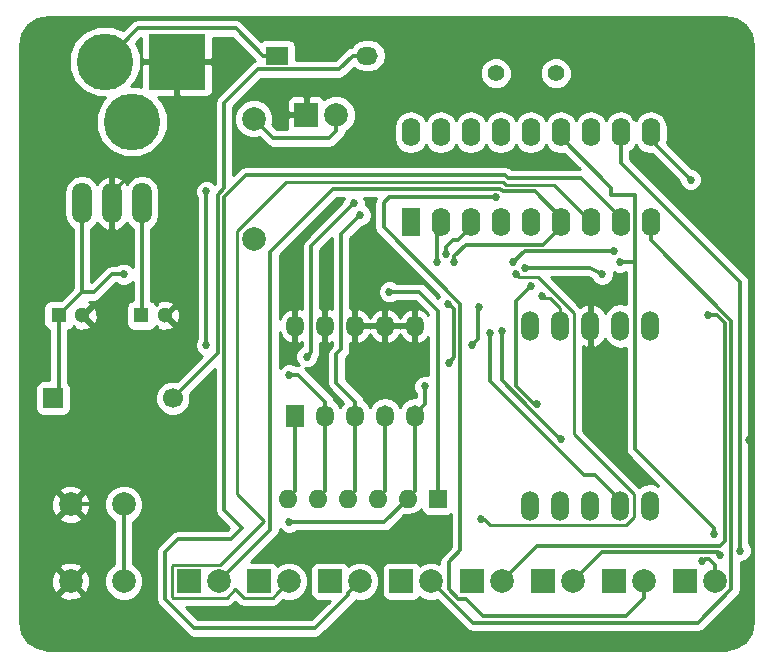
<source format=gbl>
G04 #@! TF.FileFunction,Copper,L2,Bot,Signal*
%FSLAX46Y46*%
G04 Gerber Fmt 4.6, Leading zero omitted, Abs format (unit mm)*
G04 Created by KiCad (PCBNEW 4.0.5-e0-6337~49~ubuntu16.04.1) date Mon Jan 30 13:11:42 2017*
%MOMM*%
%LPD*%
G01*
G04 APERTURE LIST*
%ADD10C,0.100000*%
%ADD11O,1.524000X2.524000*%
%ADD12R,1.300000X1.300000*%
%ADD13C,1.300000*%
%ADD14C,4.800000*%
%ADD15R,4.800000X4.800000*%
%ADD16C,1.699260*%
%ADD17R,1.699260X1.699260*%
%ADD18R,2.000000X2.000000*%
%ADD19C,2.000000*%
%ADD20C,1.998980*%
%ADD21R,1.824000X1.524000*%
%ADD22O,1.824000X1.524000*%
%ADD23R,1.524000X1.824000*%
%ADD24O,1.524000X1.824000*%
%ADD25R,1.600000X2.400000*%
%ADD26O,1.600000X2.400000*%
%ADD27C,1.422400*%
%ADD28R,1.600000X1.600000*%
%ADD29O,1.600000X1.600000*%
%ADD30O,1.699260X3.500120*%
%ADD31C,0.685800*%
%ADD32C,0.300000*%
%ADD33C,0.254000*%
G04 APERTURE END LIST*
D10*
D11*
X176420000Y-133620000D03*
X178960000Y-133620000D03*
X181500000Y-133620000D03*
X184040000Y-133620000D03*
X186580000Y-133620000D03*
X186580000Y-118380000D03*
X184040000Y-118380000D03*
X181500000Y-118380000D03*
X178960000Y-118380000D03*
X176420000Y-118380000D03*
D12*
X136500000Y-117500000D03*
D13*
X138500000Y-117500000D03*
D12*
X143500000Y-117500000D03*
D13*
X145500000Y-117500000D03*
D14*
X140400000Y-96000000D03*
D15*
X146500000Y-96000000D03*
D14*
X142690000Y-101080000D03*
D16*
X146160520Y-124497460D03*
D17*
X136000520Y-124497460D03*
D18*
X157460000Y-100500000D03*
D19*
X160000000Y-100500000D03*
D18*
X147500000Y-140000000D03*
D19*
X150040000Y-140000000D03*
D18*
X153460000Y-140000000D03*
D19*
X156000000Y-140000000D03*
D18*
X159460000Y-140000000D03*
D19*
X162000000Y-140000000D03*
D18*
X165500000Y-140000000D03*
D19*
X168040000Y-140000000D03*
D18*
X171460000Y-140000000D03*
D19*
X174000000Y-140000000D03*
D18*
X177500000Y-140000000D03*
D19*
X180040000Y-140000000D03*
D18*
X183500000Y-140000000D03*
D19*
X186040000Y-140000000D03*
D18*
X189500000Y-140000000D03*
D19*
X192040000Y-140000000D03*
D20*
X153000000Y-111000000D03*
X153000000Y-100840000D03*
D21*
X155000000Y-95500000D03*
D22*
X162620000Y-95500000D03*
D19*
X137500000Y-133500000D03*
X142000000Y-133500000D03*
X137500000Y-140000000D03*
X142000000Y-140000000D03*
D23*
X156500000Y-126000000D03*
D24*
X156500000Y-118380000D03*
X159040000Y-126000000D03*
X159040000Y-118380000D03*
X161580000Y-126000000D03*
X161580000Y-118380000D03*
X164120000Y-126000000D03*
X164120000Y-118380000D03*
X166660000Y-126000000D03*
X166660000Y-118380000D03*
D25*
X166300000Y-109620000D03*
D26*
X186620000Y-102000000D03*
X168840000Y-109620000D03*
X184080000Y-102000000D03*
X171380000Y-109620000D03*
X181540000Y-102000000D03*
X173920000Y-109620000D03*
X179000000Y-102000000D03*
X176460000Y-109620000D03*
X176460000Y-102000000D03*
X179000000Y-109620000D03*
X173920000Y-102000000D03*
X181540000Y-109620000D03*
X171380000Y-102000000D03*
X184080000Y-109620000D03*
X168840000Y-102000000D03*
X186620000Y-109620000D03*
X166300000Y-102000000D03*
D27*
X173500000Y-97000000D03*
X178580000Y-97000000D03*
D28*
X168580000Y-133000000D03*
D29*
X166040000Y-133000000D03*
X163500000Y-133000000D03*
X160960000Y-133000000D03*
X158420000Y-133000000D03*
X155880000Y-133000000D03*
D30*
X141000000Y-108000000D03*
X138460000Y-108000000D03*
X143540000Y-108000000D03*
D31*
X177028139Y-124971861D03*
X176500000Y-115000000D03*
X179028139Y-127971861D03*
X174000000Y-118838308D03*
X185750000Y-98000000D03*
X185258010Y-100723900D03*
X183750000Y-129000000D03*
X194937801Y-128085198D03*
X187000000Y-105750000D03*
X173028139Y-118971861D03*
X172046900Y-116750000D03*
X171500000Y-120000000D03*
X177407017Y-115864843D03*
X142000000Y-114000000D03*
X164500000Y-115500000D03*
X170000000Y-113000000D03*
X175000000Y-113000000D03*
X183500000Y-112000000D03*
X176000000Y-113500000D03*
X182500000Y-114000000D03*
X190000000Y-106000000D03*
X191500000Y-117500000D03*
X172250000Y-134750000D03*
X175218037Y-114021308D03*
X194190901Y-137404001D03*
X192500000Y-137746900D03*
X173500000Y-107500036D03*
X184000000Y-113000000D03*
X192000000Y-136000000D03*
X191000000Y-138300910D03*
X169274992Y-112320489D03*
X169448260Y-116551740D03*
X169500000Y-121500000D03*
X167500000Y-123500000D03*
X156000000Y-135000000D03*
X168500000Y-113000000D03*
X162000000Y-109000000D03*
X156000000Y-122500000D03*
X149000000Y-120000000D03*
X149000000Y-107000000D03*
X161500000Y-108000000D03*
X157500000Y-121000000D03*
D32*
X175253990Y-123470502D02*
X176755349Y-124971861D01*
X176755349Y-124971861D02*
X177028139Y-124971861D01*
X176500000Y-115000000D02*
X175253990Y-116246010D01*
X175253990Y-116246010D02*
X175253990Y-123470502D01*
X176500000Y-125500000D02*
X178971861Y-127971861D01*
X178971861Y-127971861D02*
X179028139Y-127971861D01*
X174000000Y-123000000D02*
X176500000Y-125500000D01*
X174000000Y-118838308D02*
X174000000Y-123000000D01*
D33*
X185600909Y-98149091D02*
X185750000Y-98000000D01*
X185258010Y-100723900D02*
X185600909Y-100381001D01*
X185600909Y-100381001D02*
X185600909Y-98149091D01*
X184000000Y-128750000D02*
X183750000Y-129000000D01*
X184000000Y-122396000D02*
X184000000Y-128750000D01*
X181500000Y-118380000D02*
X181500000Y-119896000D01*
X181500000Y-119896000D02*
X184000000Y-122396000D01*
X194914802Y-113664802D02*
X194937801Y-128085198D01*
X194914802Y-128085198D02*
X194937801Y-128085198D01*
X188000000Y-106750000D02*
X194914802Y-113664802D01*
X187750000Y-106000000D02*
X188000000Y-106250000D01*
X188000000Y-106250000D02*
X188000000Y-106750000D01*
X187500000Y-105750000D02*
X187750000Y-106000000D01*
X187000000Y-105750000D02*
X187500000Y-105750000D01*
D32*
X137500000Y-133500000D02*
X139000000Y-133500000D01*
X141000000Y-108000000D02*
X141000000Y-107099570D01*
X141000000Y-107099570D02*
X146500000Y-101599570D01*
X146500000Y-101599570D02*
X146500000Y-96000000D01*
X173028139Y-118971861D02*
X173028139Y-123028139D01*
X173028139Y-123028139D02*
X181000000Y-131000000D01*
X181000000Y-131000000D02*
X181920000Y-131000000D01*
X181920000Y-131000000D02*
X184040000Y-133120000D01*
X184040000Y-133120000D02*
X184040000Y-133620000D01*
D33*
X172000000Y-117046900D02*
X172000000Y-116796900D01*
X172000000Y-116796900D02*
X172046900Y-116750000D01*
D32*
X172000000Y-119500000D02*
X172000000Y-117046900D01*
X171500000Y-120000000D02*
X172000000Y-119500000D01*
D33*
X178096000Y-116000000D02*
X177542174Y-116000000D01*
X177542174Y-116000000D02*
X177407017Y-115864843D01*
X178960000Y-118380000D02*
X178960000Y-116864000D01*
X178960000Y-116864000D02*
X178096000Y-116000000D01*
D32*
X141000000Y-114000000D02*
X142000000Y-114000000D01*
X138460000Y-115540000D02*
X139460000Y-115540000D01*
X139460000Y-115540000D02*
X141000000Y-114000000D01*
X136500000Y-117500000D02*
X136500000Y-123997980D01*
X136500000Y-123997980D02*
X136000520Y-124497460D01*
X138460000Y-108000000D02*
X138460000Y-115540000D01*
X138460000Y-115540000D02*
X136500000Y-117500000D01*
X143540000Y-108000000D02*
X143540000Y-117460000D01*
X143540000Y-117460000D02*
X143500000Y-117500000D01*
X165000000Y-115500000D02*
X164500000Y-115500000D01*
X167000000Y-115500000D02*
X165000000Y-115500000D01*
X168580000Y-117080000D02*
X167000000Y-115500000D01*
X168580000Y-133000000D02*
X168580000Y-117080000D01*
X155000000Y-95500000D02*
X153788000Y-95500000D01*
X153788000Y-95500000D02*
X151483999Y-93195999D01*
X151483999Y-93195999D02*
X143204001Y-93195999D01*
X142799999Y-93600001D02*
X140400000Y-96000000D01*
X143204001Y-93195999D02*
X142799999Y-93600001D01*
X149945990Y-107270522D02*
X149945990Y-120711990D01*
X149945990Y-120711990D02*
X146160520Y-124497460D01*
X153333999Y-96666001D02*
X150500000Y-99500000D01*
X150500000Y-99500000D02*
X150500000Y-106716512D01*
X150500000Y-106716512D02*
X149945990Y-107270522D01*
X162620000Y-95500000D02*
X161408000Y-95500000D01*
X161408000Y-95500000D02*
X160241999Y-96666001D01*
X160241999Y-96666001D02*
X153333999Y-96666001D01*
X153000000Y-100840000D02*
X154660000Y-102500000D01*
X154660000Y-102500000D02*
X159414213Y-102500000D01*
X159414213Y-102500000D02*
X160000000Y-101914213D01*
X160000000Y-101914213D02*
X160000000Y-100500000D01*
X173858514Y-106753066D02*
X174105448Y-107000000D01*
X154403491Y-112096509D02*
X159746934Y-106753066D01*
X150040000Y-140000000D02*
X154403491Y-135636509D01*
X159746934Y-106753066D02*
X173858514Y-106753066D01*
X174105448Y-107000000D02*
X176780000Y-107000000D01*
X176780000Y-107000000D02*
X179000000Y-109220000D01*
X154403491Y-135636509D02*
X154403491Y-112096509D01*
X179000000Y-109220000D02*
X179000000Y-109620000D01*
X170000000Y-112500000D02*
X170000000Y-113000000D01*
X171000000Y-111500000D02*
X170000000Y-112500000D01*
X177520000Y-111500000D02*
X171000000Y-111500000D01*
X179000000Y-109620000D02*
X179000000Y-110020000D01*
X179000000Y-110020000D02*
X177520000Y-111500000D01*
D33*
X181540000Y-109620000D02*
X178388990Y-106468990D01*
X146118999Y-138695199D02*
X146118999Y-141304801D01*
X151421001Y-140662881D02*
X151421001Y-140646803D01*
X178388990Y-106468990D02*
X174325399Y-106468990D01*
X174325399Y-106468990D02*
X174078465Y-106222056D01*
X174078465Y-106222056D02*
X155734816Y-106222056D01*
X155734816Y-106222056D02*
X151619509Y-110337363D01*
X151619509Y-110337363D02*
X151619509Y-132619509D01*
X151619509Y-132619509D02*
X153872481Y-134872481D01*
X153872481Y-134872481D02*
X150125963Y-138618999D01*
X150125963Y-138618999D02*
X146195199Y-138618999D01*
X146195199Y-138618999D02*
X146118999Y-138695199D01*
X146118999Y-141304801D02*
X146195199Y-141381001D01*
X146195199Y-141381001D02*
X150702881Y-141381001D01*
X150702881Y-141381001D02*
X151421001Y-140662881D01*
X151421001Y-140646803D02*
X152155199Y-141381001D01*
X152155199Y-141381001D02*
X154618999Y-141381001D01*
X154618999Y-141381001D02*
X155000001Y-140999999D01*
X155000001Y-140999999D02*
X156000000Y-140000000D01*
D32*
X152354948Y-105645052D02*
X174317470Y-105645052D01*
X162000000Y-140000000D02*
X161000001Y-140999999D01*
X150500000Y-107500000D02*
X152354948Y-105645052D01*
X146554010Y-136445990D02*
X151054011Y-136445989D01*
X161000001Y-141187201D02*
X158187202Y-144000000D01*
X147989310Y-144000000D02*
X145500000Y-141510690D01*
X174317470Y-105645052D02*
X174564397Y-105891979D01*
X161000001Y-140999999D02*
X161000001Y-141187201D01*
X150500000Y-134000000D02*
X150500000Y-107500000D01*
X151054011Y-136445989D02*
X152000000Y-135500000D01*
X180751980Y-105891980D02*
X184080000Y-109220000D01*
X152000000Y-135500000D02*
X150500000Y-134000000D01*
X174564397Y-105891979D02*
X180751980Y-105891980D01*
X145500000Y-137500000D02*
X146554010Y-136445990D01*
X158187202Y-144000000D02*
X147989310Y-144000000D01*
X145500000Y-141510690D02*
X145500000Y-137500000D01*
X184080000Y-109220000D02*
X184080000Y-109620000D01*
X168040000Y-140000000D02*
X171540000Y-143500000D01*
X171540000Y-143500000D02*
X190617922Y-143500000D01*
X193444001Y-140673921D02*
X193444001Y-117944001D01*
X190617922Y-143500000D02*
X193444001Y-140673921D01*
X193444001Y-117944001D02*
X186620000Y-111120000D01*
X186620000Y-111120000D02*
X186620000Y-109620000D01*
X175945990Y-112054010D02*
X175000000Y-113000000D01*
X177749478Y-112054010D02*
X175945990Y-112054010D01*
X183500000Y-112000000D02*
X177803488Y-112000000D01*
X177803488Y-112000000D02*
X177749478Y-112054010D01*
X181500000Y-113500000D02*
X176000000Y-113500000D01*
X182500000Y-114000000D02*
X181500000Y-113500000D01*
X190000000Y-106000000D02*
X186620000Y-102620000D01*
X186620000Y-102620000D02*
X186620000Y-102000000D01*
X192889991Y-118173479D02*
X192216512Y-117500000D01*
X192216512Y-117500000D02*
X191500000Y-117500000D01*
X192889991Y-136610009D02*
X192889991Y-118173479D01*
X174000000Y-140000000D02*
X177000000Y-137000000D01*
X177000000Y-137000000D02*
X192500000Y-137000000D01*
X192500000Y-137000000D02*
X192889991Y-136610009D01*
D33*
X172500000Y-134750000D02*
X172250000Y-134750000D01*
X173013010Y-135263010D02*
X172500000Y-134750000D01*
X175218037Y-114021308D02*
X175472828Y-114276099D01*
X185183010Y-134593450D02*
X184513450Y-135263010D01*
X175472828Y-114276099D02*
X177090533Y-114276099D01*
X180103010Y-117288576D02*
X180103010Y-127566550D01*
X184513450Y-135263010D02*
X173013010Y-135263010D01*
X177090533Y-114276099D02*
X180103010Y-117288576D01*
X180103010Y-127566550D02*
X185183010Y-132646550D01*
X185183010Y-132646550D02*
X185183010Y-134593450D01*
D32*
X194190901Y-114690901D02*
X184080000Y-104580000D01*
X184080000Y-104580000D02*
X184080000Y-102000000D01*
X194190901Y-137404001D02*
X194190901Y-114690901D01*
X182485990Y-137554010D02*
X192307110Y-137554010D01*
X192307110Y-137554010D02*
X192500000Y-137746900D01*
X180040000Y-140000000D02*
X182485990Y-137554010D01*
X164500000Y-107500000D02*
X164500036Y-107500036D01*
X164500036Y-107500036D02*
X173500000Y-107500036D01*
X164000000Y-108000000D02*
X164500000Y-107500000D01*
X169500000Y-140676512D02*
X169500000Y-138391013D01*
X164000000Y-110047202D02*
X164000000Y-108000000D01*
X170500000Y-116547202D02*
X164000000Y-110047202D01*
X164000000Y-108000000D02*
X164092806Y-107907194D01*
X184508223Y-142945990D02*
X172445990Y-142945990D01*
X172445990Y-142945990D02*
X171000000Y-141500000D01*
X170323488Y-141500000D02*
X169500000Y-140676512D01*
X169500000Y-138391013D02*
X170500000Y-137391013D01*
X186040000Y-140000000D02*
X186040000Y-141414213D01*
X186040000Y-141414213D02*
X184508223Y-142945990D01*
X171000000Y-141500000D02*
X170323488Y-141500000D01*
X170500000Y-137391013D02*
X170500000Y-116547202D01*
X185284010Y-128799077D02*
X185284010Y-113000000D01*
X185284010Y-113000000D02*
X185284010Y-107284010D01*
X184000000Y-113000000D02*
X185284010Y-113000000D01*
X183284010Y-107284010D02*
X183284010Y-106684010D01*
X183284010Y-106684010D02*
X179000000Y-102400000D01*
X179000000Y-102400000D02*
X179000000Y-102000000D01*
X185284010Y-107284010D02*
X183284010Y-107284010D01*
X192000000Y-136000000D02*
X192000000Y-135515067D01*
X192000000Y-135515067D02*
X185284010Y-128799077D01*
X191562233Y-138108020D02*
X191192890Y-138108020D01*
X191192890Y-138108020D02*
X191000000Y-138300910D01*
X192040000Y-140000000D02*
X192040000Y-138585787D01*
X192040000Y-138585787D02*
X191562233Y-138108020D01*
X169274992Y-112320489D02*
X169274992Y-111725008D01*
X169274992Y-111725008D02*
X169880000Y-111120000D01*
X169880000Y-111120000D02*
X170280000Y-111120000D01*
X170280000Y-111120000D02*
X171380000Y-110020000D01*
X171380000Y-110020000D02*
X171380000Y-109620000D01*
X169500000Y-116500000D02*
X169448260Y-116551740D01*
X169945990Y-116945990D02*
X169500000Y-116500000D01*
X169500000Y-121500000D02*
X169945990Y-121054010D01*
X169945990Y-121054010D02*
X169945990Y-116945990D01*
X167500000Y-125010000D02*
X167500000Y-123500000D01*
X166660000Y-126000000D02*
X166660000Y-125850000D01*
X166660000Y-125850000D02*
X167500000Y-125010000D01*
X164040000Y-135000000D02*
X156000000Y-135000000D01*
X166040000Y-133000000D02*
X164040000Y-135000000D01*
X142000000Y-133500000D02*
X142000000Y-140000000D01*
X166660000Y-126000000D02*
X166660000Y-132380000D01*
X166660000Y-132380000D02*
X166040000Y-133000000D01*
X168500000Y-113000000D02*
X168500000Y-109960000D01*
X168500000Y-109960000D02*
X168840000Y-109620000D01*
X164120000Y-126000000D02*
X164120000Y-132380000D01*
X164120000Y-132380000D02*
X163500000Y-133000000D01*
X160413990Y-110586010D02*
X162000000Y-109000000D01*
X160000000Y-123208000D02*
X160000000Y-120793033D01*
X160000000Y-120793033D02*
X160413990Y-120379043D01*
X160413990Y-120379043D02*
X160413990Y-110586010D01*
X161580000Y-126000000D02*
X161580000Y-124788000D01*
X161580000Y-124788000D02*
X160000000Y-123208000D01*
X161580000Y-126000000D02*
X161580000Y-132380000D01*
X161580000Y-132380000D02*
X160960000Y-133000000D01*
X156752000Y-122500000D02*
X156000000Y-122500000D01*
X159040000Y-126000000D02*
X159040000Y-124788000D01*
X159040000Y-124788000D02*
X156752000Y-122500000D01*
X149000000Y-107000000D02*
X149000000Y-120000000D01*
X159040000Y-126000000D02*
X159040000Y-132380000D01*
X159040000Y-132380000D02*
X158420000Y-133000000D01*
X157873990Y-111626010D02*
X161500000Y-108000000D01*
X157500000Y-121000000D02*
X157873990Y-120626010D01*
X157873990Y-120626010D02*
X157873990Y-111626010D01*
X156500000Y-126000000D02*
X156500000Y-132380000D01*
X156500000Y-132380000D02*
X155880000Y-133000000D01*
D33*
G36*
X193871023Y-92397167D02*
X194609439Y-92890561D01*
X195102833Y-93628977D01*
X195290000Y-94569931D01*
X195290000Y-143430069D01*
X195102833Y-144371023D01*
X194609439Y-145109439D01*
X193871023Y-145602833D01*
X192930069Y-145790000D01*
X135569931Y-145790000D01*
X134628977Y-145602833D01*
X133890561Y-145109439D01*
X133397167Y-144371023D01*
X133210000Y-143430069D01*
X133210000Y-141152532D01*
X136527073Y-141152532D01*
X136625736Y-141419387D01*
X137235461Y-141645908D01*
X137885460Y-141621856D01*
X138374264Y-141419387D01*
X138472927Y-141152532D01*
X137500000Y-140179605D01*
X136527073Y-141152532D01*
X133210000Y-141152532D01*
X133210000Y-139735461D01*
X135854092Y-139735461D01*
X135878144Y-140385460D01*
X136080613Y-140874264D01*
X136347468Y-140972927D01*
X137320395Y-140000000D01*
X137679605Y-140000000D01*
X138652532Y-140972927D01*
X138919387Y-140874264D01*
X139145908Y-140264539D01*
X139121856Y-139614540D01*
X138919387Y-139125736D01*
X138652532Y-139027073D01*
X137679605Y-140000000D01*
X137320395Y-140000000D01*
X136347468Y-139027073D01*
X136080613Y-139125736D01*
X135854092Y-139735461D01*
X133210000Y-139735461D01*
X133210000Y-138847468D01*
X136527073Y-138847468D01*
X137500000Y-139820395D01*
X138472927Y-138847468D01*
X138374264Y-138580613D01*
X137764539Y-138354092D01*
X137114540Y-138378144D01*
X136625736Y-138580613D01*
X136527073Y-138847468D01*
X133210000Y-138847468D01*
X133210000Y-134652532D01*
X136527073Y-134652532D01*
X136625736Y-134919387D01*
X137235461Y-135145908D01*
X137885460Y-135121856D01*
X138374264Y-134919387D01*
X138472927Y-134652532D01*
X137500000Y-133679605D01*
X136527073Y-134652532D01*
X133210000Y-134652532D01*
X133210000Y-133235461D01*
X135854092Y-133235461D01*
X135878144Y-133885460D01*
X136080613Y-134374264D01*
X136347468Y-134472927D01*
X137320395Y-133500000D01*
X137679605Y-133500000D01*
X138652532Y-134472927D01*
X138919387Y-134374264D01*
X139123893Y-133823795D01*
X140364716Y-133823795D01*
X140613106Y-134424943D01*
X141072637Y-134885278D01*
X141215000Y-134944392D01*
X141215000Y-138555283D01*
X141075057Y-138613106D01*
X140614722Y-139072637D01*
X140365284Y-139673352D01*
X140364716Y-140323795D01*
X140613106Y-140924943D01*
X141072637Y-141385278D01*
X141673352Y-141634716D01*
X142323795Y-141635284D01*
X142924943Y-141386894D01*
X143385278Y-140927363D01*
X143634716Y-140326648D01*
X143635284Y-139676205D01*
X143386894Y-139075057D01*
X142927363Y-138614722D01*
X142785000Y-138555608D01*
X142785000Y-134944717D01*
X142924943Y-134886894D01*
X143385278Y-134427363D01*
X143634716Y-133826648D01*
X143635284Y-133176205D01*
X143386894Y-132575057D01*
X142927363Y-132114722D01*
X142326648Y-131865284D01*
X141676205Y-131864716D01*
X141075057Y-132113106D01*
X140614722Y-132572637D01*
X140365284Y-133173352D01*
X140364716Y-133823795D01*
X139123893Y-133823795D01*
X139145908Y-133764539D01*
X139121856Y-133114540D01*
X138919387Y-132625736D01*
X138652532Y-132527073D01*
X137679605Y-133500000D01*
X137320395Y-133500000D01*
X136347468Y-132527073D01*
X136080613Y-132625736D01*
X135854092Y-133235461D01*
X133210000Y-133235461D01*
X133210000Y-132347468D01*
X136527073Y-132347468D01*
X137500000Y-133320395D01*
X138472927Y-132347468D01*
X138374264Y-132080613D01*
X137764539Y-131854092D01*
X137114540Y-131878144D01*
X136625736Y-132080613D01*
X136527073Y-132347468D01*
X133210000Y-132347468D01*
X133210000Y-123647830D01*
X134503450Y-123647830D01*
X134503450Y-125347090D01*
X134547728Y-125582407D01*
X134686800Y-125798531D01*
X134899000Y-125943521D01*
X135150890Y-125994530D01*
X136850150Y-125994530D01*
X137085467Y-125950252D01*
X137301591Y-125811180D01*
X137446581Y-125598980D01*
X137497590Y-125347090D01*
X137497590Y-123647830D01*
X137453312Y-123412513D01*
X137314240Y-123196389D01*
X137285000Y-123176410D01*
X137285000Y-118772038D01*
X137385317Y-118753162D01*
X137601441Y-118614090D01*
X137678937Y-118500671D01*
X137780590Y-118399018D01*
X137836271Y-118629611D01*
X138319078Y-118797622D01*
X138829428Y-118768083D01*
X139163729Y-118629611D01*
X139219410Y-118399016D01*
X138500000Y-117679605D01*
X138485858Y-117693748D01*
X138306252Y-117514142D01*
X138320395Y-117500000D01*
X138679605Y-117500000D01*
X139399016Y-118219410D01*
X139629611Y-118163729D01*
X139797622Y-117680922D01*
X139768083Y-117170572D01*
X139629611Y-116836271D01*
X139399016Y-116780590D01*
X138679605Y-117500000D01*
X138320395Y-117500000D01*
X138306252Y-117485858D01*
X138485858Y-117306252D01*
X138500000Y-117320395D01*
X139219410Y-116600984D01*
X139163729Y-116370389D01*
X139033296Y-116325000D01*
X139460000Y-116325000D01*
X139760407Y-116265245D01*
X140015079Y-116095079D01*
X141325158Y-114785000D01*
X141401877Y-114785000D01*
X141445341Y-114828540D01*
X141804630Y-114977730D01*
X142193663Y-114978069D01*
X142553212Y-114829507D01*
X142755000Y-114628071D01*
X142755000Y-116220436D01*
X142614683Y-116246838D01*
X142398559Y-116385910D01*
X142253569Y-116598110D01*
X142202560Y-116850000D01*
X142202560Y-118150000D01*
X142246838Y-118385317D01*
X142385910Y-118601441D01*
X142598110Y-118746431D01*
X142850000Y-118797440D01*
X144150000Y-118797440D01*
X144385317Y-118753162D01*
X144601441Y-118614090D01*
X144678937Y-118500671D01*
X144780590Y-118399018D01*
X144836271Y-118629611D01*
X145319078Y-118797622D01*
X145829428Y-118768083D01*
X146163729Y-118629611D01*
X146219410Y-118399016D01*
X145500000Y-117679605D01*
X145485858Y-117693748D01*
X145306252Y-117514142D01*
X145320395Y-117500000D01*
X145679605Y-117500000D01*
X146399016Y-118219410D01*
X146629611Y-118163729D01*
X146797622Y-117680922D01*
X146768083Y-117170572D01*
X146629611Y-116836271D01*
X146399016Y-116780590D01*
X145679605Y-117500000D01*
X145320395Y-117500000D01*
X145306252Y-117485858D01*
X145485858Y-117306252D01*
X145500000Y-117320395D01*
X146219410Y-116600984D01*
X146163729Y-116370389D01*
X145680922Y-116202378D01*
X145170572Y-116231917D01*
X144836271Y-116370389D01*
X144780590Y-116600982D01*
X144678928Y-116499320D01*
X144614090Y-116398559D01*
X144401890Y-116253569D01*
X144325000Y-116237998D01*
X144325000Y-110173876D01*
X144589792Y-109996948D01*
X144911619Y-109515299D01*
X145024630Y-108947156D01*
X145024630Y-107052844D01*
X144911619Y-106484701D01*
X144589792Y-106003052D01*
X144108143Y-105681225D01*
X143540000Y-105568214D01*
X142971857Y-105681225D01*
X142490208Y-106003052D01*
X142264484Y-106340873D01*
X141959989Y-105959976D01*
X141450810Y-105679351D01*
X141356832Y-105658460D01*
X141127000Y-105779786D01*
X141127000Y-107873000D01*
X141147000Y-107873000D01*
X141147000Y-108127000D01*
X141127000Y-108127000D01*
X141127000Y-110220214D01*
X141356832Y-110341540D01*
X141450810Y-110320649D01*
X141959989Y-110040024D01*
X142264484Y-109659127D01*
X142490208Y-109996948D01*
X142755000Y-110173876D01*
X142755000Y-113372151D01*
X142554659Y-113171460D01*
X142195370Y-113022270D01*
X141806337Y-113021931D01*
X141446788Y-113170493D01*
X141402203Y-113215000D01*
X141000000Y-113215000D01*
X140699594Y-113274755D01*
X140444921Y-113444921D01*
X139245000Y-114644842D01*
X139245000Y-110173876D01*
X139509792Y-109996948D01*
X139735516Y-109659127D01*
X140040011Y-110040024D01*
X140549190Y-110320649D01*
X140643168Y-110341540D01*
X140873000Y-110220214D01*
X140873000Y-108127000D01*
X140853000Y-108127000D01*
X140853000Y-107873000D01*
X140873000Y-107873000D01*
X140873000Y-105779786D01*
X140643168Y-105658460D01*
X140549190Y-105679351D01*
X140040011Y-105959976D01*
X139735516Y-106340873D01*
X139509792Y-106003052D01*
X139028143Y-105681225D01*
X138460000Y-105568214D01*
X137891857Y-105681225D01*
X137410208Y-106003052D01*
X137088381Y-106484701D01*
X136975370Y-107052844D01*
X136975370Y-108947156D01*
X137088381Y-109515299D01*
X137410208Y-109996948D01*
X137675000Y-110173876D01*
X137675000Y-115214842D01*
X136687282Y-116202560D01*
X135850000Y-116202560D01*
X135614683Y-116246838D01*
X135398559Y-116385910D01*
X135253569Y-116598110D01*
X135202560Y-116850000D01*
X135202560Y-118150000D01*
X135246838Y-118385317D01*
X135385910Y-118601441D01*
X135598110Y-118746431D01*
X135715000Y-118770102D01*
X135715000Y-123000390D01*
X135150890Y-123000390D01*
X134915573Y-123044668D01*
X134699449Y-123183740D01*
X134554459Y-123395940D01*
X134503450Y-123647830D01*
X133210000Y-123647830D01*
X133210000Y-96601050D01*
X137364474Y-96601050D01*
X137825552Y-97716943D01*
X138678566Y-98571447D01*
X139793653Y-99034472D01*
X140442646Y-99035039D01*
X140118553Y-99358566D01*
X139655528Y-100473653D01*
X139654474Y-101681050D01*
X140115552Y-102796943D01*
X140968566Y-103651447D01*
X142083653Y-104114472D01*
X143291050Y-104115526D01*
X144406943Y-103654448D01*
X145261447Y-102801434D01*
X145724472Y-101686347D01*
X145725526Y-100478950D01*
X145264448Y-99363057D01*
X144936963Y-99035000D01*
X146214250Y-99035000D01*
X146373000Y-98876250D01*
X146373000Y-96127000D01*
X146627000Y-96127000D01*
X146627000Y-98876250D01*
X146785750Y-99035000D01*
X149026309Y-99035000D01*
X149259698Y-98938327D01*
X149438327Y-98759699D01*
X149535000Y-98526310D01*
X149535000Y-96285750D01*
X149376250Y-96127000D01*
X146627000Y-96127000D01*
X146373000Y-96127000D01*
X143623750Y-96127000D01*
X143465000Y-96285750D01*
X143465000Y-98115559D01*
X143296347Y-98045528D01*
X142647354Y-98044961D01*
X142971447Y-97721434D01*
X143434472Y-96606347D01*
X143435526Y-95398950D01*
X143048319Y-94461839D01*
X143465000Y-94045158D01*
X143465000Y-95714250D01*
X143623750Y-95873000D01*
X146373000Y-95873000D01*
X146373000Y-95853000D01*
X146627000Y-95853000D01*
X146627000Y-95873000D01*
X149376250Y-95873000D01*
X149535000Y-95714250D01*
X149535000Y-93980999D01*
X151158841Y-93980999D01*
X153104495Y-95926653D01*
X153033593Y-95940756D01*
X152778920Y-96110922D01*
X149944921Y-98944921D01*
X149774755Y-99199593D01*
X149715000Y-99500000D01*
X149715000Y-106332081D01*
X149554659Y-106171460D01*
X149195370Y-106022270D01*
X148806337Y-106021931D01*
X148446788Y-106170493D01*
X148171460Y-106445341D01*
X148022270Y-106804630D01*
X148021931Y-107193663D01*
X148170493Y-107553212D01*
X148215000Y-107597797D01*
X148215000Y-119401877D01*
X148171460Y-119445341D01*
X148022270Y-119804630D01*
X148021931Y-120193663D01*
X148170493Y-120553212D01*
X148445341Y-120828540D01*
X148638906Y-120908916D01*
X146511964Y-123035858D01*
X146457127Y-123013088D01*
X145866504Y-123012572D01*
X145320643Y-123238118D01*
X144902646Y-123655386D01*
X144676148Y-124200853D01*
X144675632Y-124791476D01*
X144901178Y-125337337D01*
X145318446Y-125755334D01*
X145863913Y-125981832D01*
X146454536Y-125982348D01*
X147000397Y-125756802D01*
X147418394Y-125339534D01*
X147644892Y-124794067D01*
X147645408Y-124203444D01*
X147621809Y-124146329D01*
X149715000Y-122053138D01*
X149715000Y-134000000D01*
X149774755Y-134300407D01*
X149944921Y-134555079D01*
X150889842Y-135500000D01*
X150728853Y-135660989D01*
X146554010Y-135660990D01*
X146253603Y-135720745D01*
X145998931Y-135890911D01*
X144944921Y-136944921D01*
X144774755Y-137199593D01*
X144725643Y-137446494D01*
X144715000Y-137500000D01*
X144715000Y-141510690D01*
X144774755Y-141811097D01*
X144944921Y-142065769D01*
X147434231Y-144555079D01*
X147688903Y-144725245D01*
X147989310Y-144785000D01*
X158187202Y-144785000D01*
X158487609Y-144725245D01*
X158742281Y-144555079D01*
X161555077Y-141742282D01*
X161555080Y-141742280D01*
X161637029Y-141619634D01*
X161673352Y-141634716D01*
X162323795Y-141635284D01*
X162924943Y-141386894D01*
X163385278Y-140927363D01*
X163634716Y-140326648D01*
X163635284Y-139676205D01*
X163386894Y-139075057D01*
X162927363Y-138614722D01*
X162326648Y-138365284D01*
X161676205Y-138364716D01*
X161075057Y-138613106D01*
X161008426Y-138679621D01*
X160924090Y-138548559D01*
X160711890Y-138403569D01*
X160460000Y-138352560D01*
X158460000Y-138352560D01*
X158224683Y-138396838D01*
X158008559Y-138535910D01*
X157863569Y-138748110D01*
X157812560Y-139000000D01*
X157812560Y-141000000D01*
X157856838Y-141235317D01*
X157995910Y-141451441D01*
X158208110Y-141596431D01*
X158460000Y-141647440D01*
X159429605Y-141647440D01*
X157862044Y-143215000D01*
X148314468Y-143215000D01*
X147242469Y-142143001D01*
X150702881Y-142143001D01*
X150994486Y-142084997D01*
X151241696Y-141919816D01*
X151429040Y-141732472D01*
X151616384Y-141919817D01*
X151694783Y-141972201D01*
X151863594Y-142084997D01*
X152155199Y-142143001D01*
X154618999Y-142143001D01*
X154910604Y-142084997D01*
X155157814Y-141919816D01*
X155510526Y-141567105D01*
X155673352Y-141634716D01*
X156323795Y-141635284D01*
X156924943Y-141386894D01*
X157385278Y-140927363D01*
X157634716Y-140326648D01*
X157635284Y-139676205D01*
X157386894Y-139075057D01*
X156927363Y-138614722D01*
X156326648Y-138365284D01*
X155676205Y-138364716D01*
X155075057Y-138613106D01*
X155008426Y-138679621D01*
X154924090Y-138548559D01*
X154711890Y-138403569D01*
X154460000Y-138352560D01*
X152797598Y-138352560D01*
X154958570Y-136191588D01*
X155128736Y-135936916D01*
X155188491Y-135636509D01*
X155188491Y-135571241D01*
X155445341Y-135828540D01*
X155804630Y-135977730D01*
X156193663Y-135978069D01*
X156553212Y-135829507D01*
X156597797Y-135785000D01*
X164040000Y-135785000D01*
X164340407Y-135725245D01*
X164595079Y-135555079D01*
X165764389Y-134385769D01*
X166011887Y-134435000D01*
X166068113Y-134435000D01*
X166617264Y-134325767D01*
X167082811Y-134014698D01*
X167153150Y-133909428D01*
X167176838Y-134035317D01*
X167315910Y-134251441D01*
X167528110Y-134396431D01*
X167780000Y-134447440D01*
X169380000Y-134447440D01*
X169615317Y-134403162D01*
X169715000Y-134339018D01*
X169715000Y-137065855D01*
X168944921Y-137835934D01*
X168774755Y-138090606D01*
X168725344Y-138339010D01*
X168715000Y-138391013D01*
X168715000Y-138509932D01*
X168366648Y-138365284D01*
X167716205Y-138364716D01*
X167115057Y-138613106D01*
X167048426Y-138679621D01*
X166964090Y-138548559D01*
X166751890Y-138403569D01*
X166500000Y-138352560D01*
X164500000Y-138352560D01*
X164264683Y-138396838D01*
X164048559Y-138535910D01*
X163903569Y-138748110D01*
X163852560Y-139000000D01*
X163852560Y-141000000D01*
X163896838Y-141235317D01*
X164035910Y-141451441D01*
X164248110Y-141596431D01*
X164500000Y-141647440D01*
X166500000Y-141647440D01*
X166735317Y-141603162D01*
X166951441Y-141464090D01*
X167048910Y-141321439D01*
X167112637Y-141385278D01*
X167713352Y-141634716D01*
X168363795Y-141635284D01*
X168506261Y-141576418D01*
X170984919Y-144055076D01*
X170984921Y-144055079D01*
X171239594Y-144225245D01*
X171540000Y-144285000D01*
X190617922Y-144285000D01*
X190918329Y-144225245D01*
X191173001Y-144055079D01*
X193999080Y-141229000D01*
X194169246Y-140974328D01*
X194229001Y-140673921D01*
X194229001Y-138381934D01*
X194384564Y-138382070D01*
X194744113Y-138233508D01*
X195019441Y-137958660D01*
X195168631Y-137599371D01*
X195168970Y-137210338D01*
X195020408Y-136850789D01*
X194975901Y-136806204D01*
X194975901Y-114690901D01*
X194942358Y-114522270D01*
X194916146Y-114390494D01*
X194745980Y-114135822D01*
X184865000Y-104254842D01*
X184865000Y-103604128D01*
X185094698Y-103450648D01*
X185350000Y-103068562D01*
X185605302Y-103450648D01*
X186070849Y-103761717D01*
X186620000Y-103870950D01*
X186737433Y-103847591D01*
X189021985Y-106132143D01*
X189021931Y-106193663D01*
X189170493Y-106553212D01*
X189445341Y-106828540D01*
X189804630Y-106977730D01*
X190193663Y-106978069D01*
X190553212Y-106829507D01*
X190828540Y-106554659D01*
X190977730Y-106195370D01*
X190978069Y-105806337D01*
X190829507Y-105446788D01*
X190554659Y-105171460D01*
X190195370Y-105022270D01*
X190132373Y-105022215D01*
X187970569Y-102860411D01*
X188055000Y-102435950D01*
X188055000Y-101564050D01*
X187945767Y-101014899D01*
X187634698Y-100549352D01*
X187169151Y-100238283D01*
X186620000Y-100129050D01*
X186070849Y-100238283D01*
X185605302Y-100549352D01*
X185350000Y-100931438D01*
X185094698Y-100549352D01*
X184629151Y-100238283D01*
X184080000Y-100129050D01*
X183530849Y-100238283D01*
X183065302Y-100549352D01*
X182810000Y-100931438D01*
X182554698Y-100549352D01*
X182089151Y-100238283D01*
X181540000Y-100129050D01*
X180990849Y-100238283D01*
X180525302Y-100549352D01*
X180270000Y-100931438D01*
X180014698Y-100549352D01*
X179549151Y-100238283D01*
X179000000Y-100129050D01*
X178450849Y-100238283D01*
X177985302Y-100549352D01*
X177730000Y-100931438D01*
X177474698Y-100549352D01*
X177009151Y-100238283D01*
X176460000Y-100129050D01*
X175910849Y-100238283D01*
X175445302Y-100549352D01*
X175190000Y-100931438D01*
X174934698Y-100549352D01*
X174469151Y-100238283D01*
X173920000Y-100129050D01*
X173370849Y-100238283D01*
X172905302Y-100549352D01*
X172650000Y-100931438D01*
X172394698Y-100549352D01*
X171929151Y-100238283D01*
X171380000Y-100129050D01*
X170830849Y-100238283D01*
X170365302Y-100549352D01*
X170110000Y-100931438D01*
X169854698Y-100549352D01*
X169389151Y-100238283D01*
X168840000Y-100129050D01*
X168290849Y-100238283D01*
X167825302Y-100549352D01*
X167570000Y-100931438D01*
X167314698Y-100549352D01*
X166849151Y-100238283D01*
X166300000Y-100129050D01*
X165750849Y-100238283D01*
X165285302Y-100549352D01*
X164974233Y-101014899D01*
X164865000Y-101564050D01*
X164865000Y-102435950D01*
X164974233Y-102985101D01*
X165285302Y-103450648D01*
X165750849Y-103761717D01*
X166300000Y-103870950D01*
X166849151Y-103761717D01*
X167314698Y-103450648D01*
X167570000Y-103068562D01*
X167825302Y-103450648D01*
X168290849Y-103761717D01*
X168840000Y-103870950D01*
X169389151Y-103761717D01*
X169854698Y-103450648D01*
X170110000Y-103068562D01*
X170365302Y-103450648D01*
X170830849Y-103761717D01*
X171380000Y-103870950D01*
X171929151Y-103761717D01*
X172394698Y-103450648D01*
X172650000Y-103068562D01*
X172905302Y-103450648D01*
X173370849Y-103761717D01*
X173920000Y-103870950D01*
X174469151Y-103761717D01*
X174934698Y-103450648D01*
X175190000Y-103068562D01*
X175445302Y-103450648D01*
X175910849Y-103761717D01*
X176460000Y-103870950D01*
X177009151Y-103761717D01*
X177474698Y-103450648D01*
X177730000Y-103068562D01*
X177985302Y-103450648D01*
X178450849Y-103761717D01*
X179000000Y-103870950D01*
X179300933Y-103811091D01*
X180596822Y-105106980D01*
X174889555Y-105106979D01*
X174872549Y-105089973D01*
X174617877Y-104919807D01*
X174317470Y-104860052D01*
X152354953Y-104860052D01*
X152354948Y-104860051D01*
X152054542Y-104919807D01*
X151799869Y-105089973D01*
X151285000Y-105604842D01*
X151285000Y-101163694D01*
X151365226Y-101163694D01*
X151613538Y-101764655D01*
X152072927Y-102224846D01*
X152673453Y-102474206D01*
X153323694Y-102474774D01*
X153465870Y-102416028D01*
X154104919Y-103055076D01*
X154104921Y-103055079D01*
X154284515Y-103175079D01*
X154359594Y-103225245D01*
X154660000Y-103285001D01*
X154660005Y-103285000D01*
X159414213Y-103285000D01*
X159714620Y-103225245D01*
X159969292Y-103055079D01*
X160555079Y-102469292D01*
X160725245Y-102214619D01*
X160778389Y-101947449D01*
X160924943Y-101886894D01*
X161385278Y-101427363D01*
X161634716Y-100826648D01*
X161635284Y-100176205D01*
X161386894Y-99575057D01*
X160927363Y-99114722D01*
X160326648Y-98865284D01*
X159676205Y-98864716D01*
X159075057Y-99113106D01*
X159012803Y-99175251D01*
X158998327Y-99140302D01*
X158819699Y-98961673D01*
X158586310Y-98865000D01*
X157745750Y-98865000D01*
X157587000Y-99023750D01*
X157587000Y-100373000D01*
X157607000Y-100373000D01*
X157607000Y-100627000D01*
X157587000Y-100627000D01*
X157587000Y-100647000D01*
X157333000Y-100647000D01*
X157333000Y-100627000D01*
X155983750Y-100627000D01*
X155825000Y-100785750D01*
X155825000Y-101626309D01*
X155861737Y-101715000D01*
X154985157Y-101715000D01*
X154576258Y-101306101D01*
X154634206Y-101166547D01*
X154634774Y-100516306D01*
X154386462Y-99915345D01*
X153927073Y-99455154D01*
X153730889Y-99373691D01*
X155825000Y-99373691D01*
X155825000Y-100214250D01*
X155983750Y-100373000D01*
X157333000Y-100373000D01*
X157333000Y-99023750D01*
X157174250Y-98865000D01*
X156333690Y-98865000D01*
X156100301Y-98961673D01*
X155921673Y-99140302D01*
X155825000Y-99373691D01*
X153730889Y-99373691D01*
X153326547Y-99205794D01*
X152676306Y-99205226D01*
X152075345Y-99453538D01*
X151615154Y-99912927D01*
X151365794Y-100513453D01*
X151365226Y-101163694D01*
X151285000Y-101163694D01*
X151285000Y-99825158D01*
X153659157Y-97451001D01*
X160241999Y-97451001D01*
X160542406Y-97391246D01*
X160728950Y-97266601D01*
X172153566Y-97266601D01*
X172358081Y-97761565D01*
X172736443Y-98140588D01*
X173231049Y-98345966D01*
X173766601Y-98346434D01*
X174261565Y-98141919D01*
X174640588Y-97763557D01*
X174845966Y-97268951D01*
X174845968Y-97266601D01*
X177233566Y-97266601D01*
X177438081Y-97761565D01*
X177816443Y-98140588D01*
X178311049Y-98345966D01*
X178846601Y-98346434D01*
X179341565Y-98141919D01*
X179720588Y-97763557D01*
X179925966Y-97268951D01*
X179926434Y-96733399D01*
X179721919Y-96238435D01*
X179343557Y-95859412D01*
X178848951Y-95654034D01*
X178313399Y-95653566D01*
X177818435Y-95858081D01*
X177439412Y-96236443D01*
X177234034Y-96731049D01*
X177233566Y-97266601D01*
X174845968Y-97266601D01*
X174846434Y-96733399D01*
X174641919Y-96238435D01*
X174263557Y-95859412D01*
X173768951Y-95654034D01*
X173233399Y-95653566D01*
X172738435Y-95858081D01*
X172359412Y-96236443D01*
X172154034Y-96731049D01*
X172153566Y-97266601D01*
X160728950Y-97266601D01*
X160797078Y-97221080D01*
X161498901Y-96519257D01*
X161905083Y-96790660D01*
X162439692Y-96897000D01*
X162800308Y-96897000D01*
X163334917Y-96790660D01*
X163788136Y-96487828D01*
X164090968Y-96034609D01*
X164197308Y-95500000D01*
X164090968Y-94965391D01*
X163788136Y-94512172D01*
X163334917Y-94209340D01*
X162800308Y-94103000D01*
X162439692Y-94103000D01*
X161905083Y-94209340D01*
X161451864Y-94512172D01*
X161302288Y-94736028D01*
X161107594Y-94774755D01*
X161107592Y-94774756D01*
X161107593Y-94774756D01*
X160852921Y-94944921D01*
X159916841Y-95881001D01*
X156559440Y-95881001D01*
X156559440Y-94738000D01*
X156515162Y-94502683D01*
X156376090Y-94286559D01*
X156163890Y-94141569D01*
X155912000Y-94090560D01*
X154088000Y-94090560D01*
X153852683Y-94134838D01*
X153658165Y-94260007D01*
X152039078Y-92640920D01*
X151784406Y-92470754D01*
X151483999Y-92410999D01*
X143204001Y-92410999D01*
X142903594Y-92470754D01*
X142648922Y-92640920D01*
X141937617Y-93352225D01*
X141006347Y-92965528D01*
X139798950Y-92964474D01*
X138683057Y-93425552D01*
X137828553Y-94278566D01*
X137365528Y-95393653D01*
X137364474Y-96601050D01*
X133210000Y-96601050D01*
X133210000Y-94569931D01*
X133397167Y-93628977D01*
X133890561Y-92890561D01*
X134628977Y-92397167D01*
X135569931Y-92210000D01*
X192930069Y-92210000D01*
X193871023Y-92397167D01*
X193871023Y-92397167D01*
G37*
X193871023Y-92397167D02*
X194609439Y-92890561D01*
X195102833Y-93628977D01*
X195290000Y-94569931D01*
X195290000Y-143430069D01*
X195102833Y-144371023D01*
X194609439Y-145109439D01*
X193871023Y-145602833D01*
X192930069Y-145790000D01*
X135569931Y-145790000D01*
X134628977Y-145602833D01*
X133890561Y-145109439D01*
X133397167Y-144371023D01*
X133210000Y-143430069D01*
X133210000Y-141152532D01*
X136527073Y-141152532D01*
X136625736Y-141419387D01*
X137235461Y-141645908D01*
X137885460Y-141621856D01*
X138374264Y-141419387D01*
X138472927Y-141152532D01*
X137500000Y-140179605D01*
X136527073Y-141152532D01*
X133210000Y-141152532D01*
X133210000Y-139735461D01*
X135854092Y-139735461D01*
X135878144Y-140385460D01*
X136080613Y-140874264D01*
X136347468Y-140972927D01*
X137320395Y-140000000D01*
X137679605Y-140000000D01*
X138652532Y-140972927D01*
X138919387Y-140874264D01*
X139145908Y-140264539D01*
X139121856Y-139614540D01*
X138919387Y-139125736D01*
X138652532Y-139027073D01*
X137679605Y-140000000D01*
X137320395Y-140000000D01*
X136347468Y-139027073D01*
X136080613Y-139125736D01*
X135854092Y-139735461D01*
X133210000Y-139735461D01*
X133210000Y-138847468D01*
X136527073Y-138847468D01*
X137500000Y-139820395D01*
X138472927Y-138847468D01*
X138374264Y-138580613D01*
X137764539Y-138354092D01*
X137114540Y-138378144D01*
X136625736Y-138580613D01*
X136527073Y-138847468D01*
X133210000Y-138847468D01*
X133210000Y-134652532D01*
X136527073Y-134652532D01*
X136625736Y-134919387D01*
X137235461Y-135145908D01*
X137885460Y-135121856D01*
X138374264Y-134919387D01*
X138472927Y-134652532D01*
X137500000Y-133679605D01*
X136527073Y-134652532D01*
X133210000Y-134652532D01*
X133210000Y-133235461D01*
X135854092Y-133235461D01*
X135878144Y-133885460D01*
X136080613Y-134374264D01*
X136347468Y-134472927D01*
X137320395Y-133500000D01*
X137679605Y-133500000D01*
X138652532Y-134472927D01*
X138919387Y-134374264D01*
X139123893Y-133823795D01*
X140364716Y-133823795D01*
X140613106Y-134424943D01*
X141072637Y-134885278D01*
X141215000Y-134944392D01*
X141215000Y-138555283D01*
X141075057Y-138613106D01*
X140614722Y-139072637D01*
X140365284Y-139673352D01*
X140364716Y-140323795D01*
X140613106Y-140924943D01*
X141072637Y-141385278D01*
X141673352Y-141634716D01*
X142323795Y-141635284D01*
X142924943Y-141386894D01*
X143385278Y-140927363D01*
X143634716Y-140326648D01*
X143635284Y-139676205D01*
X143386894Y-139075057D01*
X142927363Y-138614722D01*
X142785000Y-138555608D01*
X142785000Y-134944717D01*
X142924943Y-134886894D01*
X143385278Y-134427363D01*
X143634716Y-133826648D01*
X143635284Y-133176205D01*
X143386894Y-132575057D01*
X142927363Y-132114722D01*
X142326648Y-131865284D01*
X141676205Y-131864716D01*
X141075057Y-132113106D01*
X140614722Y-132572637D01*
X140365284Y-133173352D01*
X140364716Y-133823795D01*
X139123893Y-133823795D01*
X139145908Y-133764539D01*
X139121856Y-133114540D01*
X138919387Y-132625736D01*
X138652532Y-132527073D01*
X137679605Y-133500000D01*
X137320395Y-133500000D01*
X136347468Y-132527073D01*
X136080613Y-132625736D01*
X135854092Y-133235461D01*
X133210000Y-133235461D01*
X133210000Y-132347468D01*
X136527073Y-132347468D01*
X137500000Y-133320395D01*
X138472927Y-132347468D01*
X138374264Y-132080613D01*
X137764539Y-131854092D01*
X137114540Y-131878144D01*
X136625736Y-132080613D01*
X136527073Y-132347468D01*
X133210000Y-132347468D01*
X133210000Y-123647830D01*
X134503450Y-123647830D01*
X134503450Y-125347090D01*
X134547728Y-125582407D01*
X134686800Y-125798531D01*
X134899000Y-125943521D01*
X135150890Y-125994530D01*
X136850150Y-125994530D01*
X137085467Y-125950252D01*
X137301591Y-125811180D01*
X137446581Y-125598980D01*
X137497590Y-125347090D01*
X137497590Y-123647830D01*
X137453312Y-123412513D01*
X137314240Y-123196389D01*
X137285000Y-123176410D01*
X137285000Y-118772038D01*
X137385317Y-118753162D01*
X137601441Y-118614090D01*
X137678937Y-118500671D01*
X137780590Y-118399018D01*
X137836271Y-118629611D01*
X138319078Y-118797622D01*
X138829428Y-118768083D01*
X139163729Y-118629611D01*
X139219410Y-118399016D01*
X138500000Y-117679605D01*
X138485858Y-117693748D01*
X138306252Y-117514142D01*
X138320395Y-117500000D01*
X138679605Y-117500000D01*
X139399016Y-118219410D01*
X139629611Y-118163729D01*
X139797622Y-117680922D01*
X139768083Y-117170572D01*
X139629611Y-116836271D01*
X139399016Y-116780590D01*
X138679605Y-117500000D01*
X138320395Y-117500000D01*
X138306252Y-117485858D01*
X138485858Y-117306252D01*
X138500000Y-117320395D01*
X139219410Y-116600984D01*
X139163729Y-116370389D01*
X139033296Y-116325000D01*
X139460000Y-116325000D01*
X139760407Y-116265245D01*
X140015079Y-116095079D01*
X141325158Y-114785000D01*
X141401877Y-114785000D01*
X141445341Y-114828540D01*
X141804630Y-114977730D01*
X142193663Y-114978069D01*
X142553212Y-114829507D01*
X142755000Y-114628071D01*
X142755000Y-116220436D01*
X142614683Y-116246838D01*
X142398559Y-116385910D01*
X142253569Y-116598110D01*
X142202560Y-116850000D01*
X142202560Y-118150000D01*
X142246838Y-118385317D01*
X142385910Y-118601441D01*
X142598110Y-118746431D01*
X142850000Y-118797440D01*
X144150000Y-118797440D01*
X144385317Y-118753162D01*
X144601441Y-118614090D01*
X144678937Y-118500671D01*
X144780590Y-118399018D01*
X144836271Y-118629611D01*
X145319078Y-118797622D01*
X145829428Y-118768083D01*
X146163729Y-118629611D01*
X146219410Y-118399016D01*
X145500000Y-117679605D01*
X145485858Y-117693748D01*
X145306252Y-117514142D01*
X145320395Y-117500000D01*
X145679605Y-117500000D01*
X146399016Y-118219410D01*
X146629611Y-118163729D01*
X146797622Y-117680922D01*
X146768083Y-117170572D01*
X146629611Y-116836271D01*
X146399016Y-116780590D01*
X145679605Y-117500000D01*
X145320395Y-117500000D01*
X145306252Y-117485858D01*
X145485858Y-117306252D01*
X145500000Y-117320395D01*
X146219410Y-116600984D01*
X146163729Y-116370389D01*
X145680922Y-116202378D01*
X145170572Y-116231917D01*
X144836271Y-116370389D01*
X144780590Y-116600982D01*
X144678928Y-116499320D01*
X144614090Y-116398559D01*
X144401890Y-116253569D01*
X144325000Y-116237998D01*
X144325000Y-110173876D01*
X144589792Y-109996948D01*
X144911619Y-109515299D01*
X145024630Y-108947156D01*
X145024630Y-107052844D01*
X144911619Y-106484701D01*
X144589792Y-106003052D01*
X144108143Y-105681225D01*
X143540000Y-105568214D01*
X142971857Y-105681225D01*
X142490208Y-106003052D01*
X142264484Y-106340873D01*
X141959989Y-105959976D01*
X141450810Y-105679351D01*
X141356832Y-105658460D01*
X141127000Y-105779786D01*
X141127000Y-107873000D01*
X141147000Y-107873000D01*
X141147000Y-108127000D01*
X141127000Y-108127000D01*
X141127000Y-110220214D01*
X141356832Y-110341540D01*
X141450810Y-110320649D01*
X141959989Y-110040024D01*
X142264484Y-109659127D01*
X142490208Y-109996948D01*
X142755000Y-110173876D01*
X142755000Y-113372151D01*
X142554659Y-113171460D01*
X142195370Y-113022270D01*
X141806337Y-113021931D01*
X141446788Y-113170493D01*
X141402203Y-113215000D01*
X141000000Y-113215000D01*
X140699594Y-113274755D01*
X140444921Y-113444921D01*
X139245000Y-114644842D01*
X139245000Y-110173876D01*
X139509792Y-109996948D01*
X139735516Y-109659127D01*
X140040011Y-110040024D01*
X140549190Y-110320649D01*
X140643168Y-110341540D01*
X140873000Y-110220214D01*
X140873000Y-108127000D01*
X140853000Y-108127000D01*
X140853000Y-107873000D01*
X140873000Y-107873000D01*
X140873000Y-105779786D01*
X140643168Y-105658460D01*
X140549190Y-105679351D01*
X140040011Y-105959976D01*
X139735516Y-106340873D01*
X139509792Y-106003052D01*
X139028143Y-105681225D01*
X138460000Y-105568214D01*
X137891857Y-105681225D01*
X137410208Y-106003052D01*
X137088381Y-106484701D01*
X136975370Y-107052844D01*
X136975370Y-108947156D01*
X137088381Y-109515299D01*
X137410208Y-109996948D01*
X137675000Y-110173876D01*
X137675000Y-115214842D01*
X136687282Y-116202560D01*
X135850000Y-116202560D01*
X135614683Y-116246838D01*
X135398559Y-116385910D01*
X135253569Y-116598110D01*
X135202560Y-116850000D01*
X135202560Y-118150000D01*
X135246838Y-118385317D01*
X135385910Y-118601441D01*
X135598110Y-118746431D01*
X135715000Y-118770102D01*
X135715000Y-123000390D01*
X135150890Y-123000390D01*
X134915573Y-123044668D01*
X134699449Y-123183740D01*
X134554459Y-123395940D01*
X134503450Y-123647830D01*
X133210000Y-123647830D01*
X133210000Y-96601050D01*
X137364474Y-96601050D01*
X137825552Y-97716943D01*
X138678566Y-98571447D01*
X139793653Y-99034472D01*
X140442646Y-99035039D01*
X140118553Y-99358566D01*
X139655528Y-100473653D01*
X139654474Y-101681050D01*
X140115552Y-102796943D01*
X140968566Y-103651447D01*
X142083653Y-104114472D01*
X143291050Y-104115526D01*
X144406943Y-103654448D01*
X145261447Y-102801434D01*
X145724472Y-101686347D01*
X145725526Y-100478950D01*
X145264448Y-99363057D01*
X144936963Y-99035000D01*
X146214250Y-99035000D01*
X146373000Y-98876250D01*
X146373000Y-96127000D01*
X146627000Y-96127000D01*
X146627000Y-98876250D01*
X146785750Y-99035000D01*
X149026309Y-99035000D01*
X149259698Y-98938327D01*
X149438327Y-98759699D01*
X149535000Y-98526310D01*
X149535000Y-96285750D01*
X149376250Y-96127000D01*
X146627000Y-96127000D01*
X146373000Y-96127000D01*
X143623750Y-96127000D01*
X143465000Y-96285750D01*
X143465000Y-98115559D01*
X143296347Y-98045528D01*
X142647354Y-98044961D01*
X142971447Y-97721434D01*
X143434472Y-96606347D01*
X143435526Y-95398950D01*
X143048319Y-94461839D01*
X143465000Y-94045158D01*
X143465000Y-95714250D01*
X143623750Y-95873000D01*
X146373000Y-95873000D01*
X146373000Y-95853000D01*
X146627000Y-95853000D01*
X146627000Y-95873000D01*
X149376250Y-95873000D01*
X149535000Y-95714250D01*
X149535000Y-93980999D01*
X151158841Y-93980999D01*
X153104495Y-95926653D01*
X153033593Y-95940756D01*
X152778920Y-96110922D01*
X149944921Y-98944921D01*
X149774755Y-99199593D01*
X149715000Y-99500000D01*
X149715000Y-106332081D01*
X149554659Y-106171460D01*
X149195370Y-106022270D01*
X148806337Y-106021931D01*
X148446788Y-106170493D01*
X148171460Y-106445341D01*
X148022270Y-106804630D01*
X148021931Y-107193663D01*
X148170493Y-107553212D01*
X148215000Y-107597797D01*
X148215000Y-119401877D01*
X148171460Y-119445341D01*
X148022270Y-119804630D01*
X148021931Y-120193663D01*
X148170493Y-120553212D01*
X148445341Y-120828540D01*
X148638906Y-120908916D01*
X146511964Y-123035858D01*
X146457127Y-123013088D01*
X145866504Y-123012572D01*
X145320643Y-123238118D01*
X144902646Y-123655386D01*
X144676148Y-124200853D01*
X144675632Y-124791476D01*
X144901178Y-125337337D01*
X145318446Y-125755334D01*
X145863913Y-125981832D01*
X146454536Y-125982348D01*
X147000397Y-125756802D01*
X147418394Y-125339534D01*
X147644892Y-124794067D01*
X147645408Y-124203444D01*
X147621809Y-124146329D01*
X149715000Y-122053138D01*
X149715000Y-134000000D01*
X149774755Y-134300407D01*
X149944921Y-134555079D01*
X150889842Y-135500000D01*
X150728853Y-135660989D01*
X146554010Y-135660990D01*
X146253603Y-135720745D01*
X145998931Y-135890911D01*
X144944921Y-136944921D01*
X144774755Y-137199593D01*
X144725643Y-137446494D01*
X144715000Y-137500000D01*
X144715000Y-141510690D01*
X144774755Y-141811097D01*
X144944921Y-142065769D01*
X147434231Y-144555079D01*
X147688903Y-144725245D01*
X147989310Y-144785000D01*
X158187202Y-144785000D01*
X158487609Y-144725245D01*
X158742281Y-144555079D01*
X161555077Y-141742282D01*
X161555080Y-141742280D01*
X161637029Y-141619634D01*
X161673352Y-141634716D01*
X162323795Y-141635284D01*
X162924943Y-141386894D01*
X163385278Y-140927363D01*
X163634716Y-140326648D01*
X163635284Y-139676205D01*
X163386894Y-139075057D01*
X162927363Y-138614722D01*
X162326648Y-138365284D01*
X161676205Y-138364716D01*
X161075057Y-138613106D01*
X161008426Y-138679621D01*
X160924090Y-138548559D01*
X160711890Y-138403569D01*
X160460000Y-138352560D01*
X158460000Y-138352560D01*
X158224683Y-138396838D01*
X158008559Y-138535910D01*
X157863569Y-138748110D01*
X157812560Y-139000000D01*
X157812560Y-141000000D01*
X157856838Y-141235317D01*
X157995910Y-141451441D01*
X158208110Y-141596431D01*
X158460000Y-141647440D01*
X159429605Y-141647440D01*
X157862044Y-143215000D01*
X148314468Y-143215000D01*
X147242469Y-142143001D01*
X150702881Y-142143001D01*
X150994486Y-142084997D01*
X151241696Y-141919816D01*
X151429040Y-141732472D01*
X151616384Y-141919817D01*
X151694783Y-141972201D01*
X151863594Y-142084997D01*
X152155199Y-142143001D01*
X154618999Y-142143001D01*
X154910604Y-142084997D01*
X155157814Y-141919816D01*
X155510526Y-141567105D01*
X155673352Y-141634716D01*
X156323795Y-141635284D01*
X156924943Y-141386894D01*
X157385278Y-140927363D01*
X157634716Y-140326648D01*
X157635284Y-139676205D01*
X157386894Y-139075057D01*
X156927363Y-138614722D01*
X156326648Y-138365284D01*
X155676205Y-138364716D01*
X155075057Y-138613106D01*
X155008426Y-138679621D01*
X154924090Y-138548559D01*
X154711890Y-138403569D01*
X154460000Y-138352560D01*
X152797598Y-138352560D01*
X154958570Y-136191588D01*
X155128736Y-135936916D01*
X155188491Y-135636509D01*
X155188491Y-135571241D01*
X155445341Y-135828540D01*
X155804630Y-135977730D01*
X156193663Y-135978069D01*
X156553212Y-135829507D01*
X156597797Y-135785000D01*
X164040000Y-135785000D01*
X164340407Y-135725245D01*
X164595079Y-135555079D01*
X165764389Y-134385769D01*
X166011887Y-134435000D01*
X166068113Y-134435000D01*
X166617264Y-134325767D01*
X167082811Y-134014698D01*
X167153150Y-133909428D01*
X167176838Y-134035317D01*
X167315910Y-134251441D01*
X167528110Y-134396431D01*
X167780000Y-134447440D01*
X169380000Y-134447440D01*
X169615317Y-134403162D01*
X169715000Y-134339018D01*
X169715000Y-137065855D01*
X168944921Y-137835934D01*
X168774755Y-138090606D01*
X168725344Y-138339010D01*
X168715000Y-138391013D01*
X168715000Y-138509932D01*
X168366648Y-138365284D01*
X167716205Y-138364716D01*
X167115057Y-138613106D01*
X167048426Y-138679621D01*
X166964090Y-138548559D01*
X166751890Y-138403569D01*
X166500000Y-138352560D01*
X164500000Y-138352560D01*
X164264683Y-138396838D01*
X164048559Y-138535910D01*
X163903569Y-138748110D01*
X163852560Y-139000000D01*
X163852560Y-141000000D01*
X163896838Y-141235317D01*
X164035910Y-141451441D01*
X164248110Y-141596431D01*
X164500000Y-141647440D01*
X166500000Y-141647440D01*
X166735317Y-141603162D01*
X166951441Y-141464090D01*
X167048910Y-141321439D01*
X167112637Y-141385278D01*
X167713352Y-141634716D01*
X168363795Y-141635284D01*
X168506261Y-141576418D01*
X170984919Y-144055076D01*
X170984921Y-144055079D01*
X171239594Y-144225245D01*
X171540000Y-144285000D01*
X190617922Y-144285000D01*
X190918329Y-144225245D01*
X191173001Y-144055079D01*
X193999080Y-141229000D01*
X194169246Y-140974328D01*
X194229001Y-140673921D01*
X194229001Y-138381934D01*
X194384564Y-138382070D01*
X194744113Y-138233508D01*
X195019441Y-137958660D01*
X195168631Y-137599371D01*
X195168970Y-137210338D01*
X195020408Y-136850789D01*
X194975901Y-136806204D01*
X194975901Y-114690901D01*
X194942358Y-114522270D01*
X194916146Y-114390494D01*
X194745980Y-114135822D01*
X184865000Y-104254842D01*
X184865000Y-103604128D01*
X185094698Y-103450648D01*
X185350000Y-103068562D01*
X185605302Y-103450648D01*
X186070849Y-103761717D01*
X186620000Y-103870950D01*
X186737433Y-103847591D01*
X189021985Y-106132143D01*
X189021931Y-106193663D01*
X189170493Y-106553212D01*
X189445341Y-106828540D01*
X189804630Y-106977730D01*
X190193663Y-106978069D01*
X190553212Y-106829507D01*
X190828540Y-106554659D01*
X190977730Y-106195370D01*
X190978069Y-105806337D01*
X190829507Y-105446788D01*
X190554659Y-105171460D01*
X190195370Y-105022270D01*
X190132373Y-105022215D01*
X187970569Y-102860411D01*
X188055000Y-102435950D01*
X188055000Y-101564050D01*
X187945767Y-101014899D01*
X187634698Y-100549352D01*
X187169151Y-100238283D01*
X186620000Y-100129050D01*
X186070849Y-100238283D01*
X185605302Y-100549352D01*
X185350000Y-100931438D01*
X185094698Y-100549352D01*
X184629151Y-100238283D01*
X184080000Y-100129050D01*
X183530849Y-100238283D01*
X183065302Y-100549352D01*
X182810000Y-100931438D01*
X182554698Y-100549352D01*
X182089151Y-100238283D01*
X181540000Y-100129050D01*
X180990849Y-100238283D01*
X180525302Y-100549352D01*
X180270000Y-100931438D01*
X180014698Y-100549352D01*
X179549151Y-100238283D01*
X179000000Y-100129050D01*
X178450849Y-100238283D01*
X177985302Y-100549352D01*
X177730000Y-100931438D01*
X177474698Y-100549352D01*
X177009151Y-100238283D01*
X176460000Y-100129050D01*
X175910849Y-100238283D01*
X175445302Y-100549352D01*
X175190000Y-100931438D01*
X174934698Y-100549352D01*
X174469151Y-100238283D01*
X173920000Y-100129050D01*
X173370849Y-100238283D01*
X172905302Y-100549352D01*
X172650000Y-100931438D01*
X172394698Y-100549352D01*
X171929151Y-100238283D01*
X171380000Y-100129050D01*
X170830849Y-100238283D01*
X170365302Y-100549352D01*
X170110000Y-100931438D01*
X169854698Y-100549352D01*
X169389151Y-100238283D01*
X168840000Y-100129050D01*
X168290849Y-100238283D01*
X167825302Y-100549352D01*
X167570000Y-100931438D01*
X167314698Y-100549352D01*
X166849151Y-100238283D01*
X166300000Y-100129050D01*
X165750849Y-100238283D01*
X165285302Y-100549352D01*
X164974233Y-101014899D01*
X164865000Y-101564050D01*
X164865000Y-102435950D01*
X164974233Y-102985101D01*
X165285302Y-103450648D01*
X165750849Y-103761717D01*
X166300000Y-103870950D01*
X166849151Y-103761717D01*
X167314698Y-103450648D01*
X167570000Y-103068562D01*
X167825302Y-103450648D01*
X168290849Y-103761717D01*
X168840000Y-103870950D01*
X169389151Y-103761717D01*
X169854698Y-103450648D01*
X170110000Y-103068562D01*
X170365302Y-103450648D01*
X170830849Y-103761717D01*
X171380000Y-103870950D01*
X171929151Y-103761717D01*
X172394698Y-103450648D01*
X172650000Y-103068562D01*
X172905302Y-103450648D01*
X173370849Y-103761717D01*
X173920000Y-103870950D01*
X174469151Y-103761717D01*
X174934698Y-103450648D01*
X175190000Y-103068562D01*
X175445302Y-103450648D01*
X175910849Y-103761717D01*
X176460000Y-103870950D01*
X177009151Y-103761717D01*
X177474698Y-103450648D01*
X177730000Y-103068562D01*
X177985302Y-103450648D01*
X178450849Y-103761717D01*
X179000000Y-103870950D01*
X179300933Y-103811091D01*
X180596822Y-105106980D01*
X174889555Y-105106979D01*
X174872549Y-105089973D01*
X174617877Y-104919807D01*
X174317470Y-104860052D01*
X152354953Y-104860052D01*
X152354948Y-104860051D01*
X152054542Y-104919807D01*
X151799869Y-105089973D01*
X151285000Y-105604842D01*
X151285000Y-101163694D01*
X151365226Y-101163694D01*
X151613538Y-101764655D01*
X152072927Y-102224846D01*
X152673453Y-102474206D01*
X153323694Y-102474774D01*
X153465870Y-102416028D01*
X154104919Y-103055076D01*
X154104921Y-103055079D01*
X154284515Y-103175079D01*
X154359594Y-103225245D01*
X154660000Y-103285001D01*
X154660005Y-103285000D01*
X159414213Y-103285000D01*
X159714620Y-103225245D01*
X159969292Y-103055079D01*
X160555079Y-102469292D01*
X160725245Y-102214619D01*
X160778389Y-101947449D01*
X160924943Y-101886894D01*
X161385278Y-101427363D01*
X161634716Y-100826648D01*
X161635284Y-100176205D01*
X161386894Y-99575057D01*
X160927363Y-99114722D01*
X160326648Y-98865284D01*
X159676205Y-98864716D01*
X159075057Y-99113106D01*
X159012803Y-99175251D01*
X158998327Y-99140302D01*
X158819699Y-98961673D01*
X158586310Y-98865000D01*
X157745750Y-98865000D01*
X157587000Y-99023750D01*
X157587000Y-100373000D01*
X157607000Y-100373000D01*
X157607000Y-100627000D01*
X157587000Y-100627000D01*
X157587000Y-100647000D01*
X157333000Y-100647000D01*
X157333000Y-100627000D01*
X155983750Y-100627000D01*
X155825000Y-100785750D01*
X155825000Y-101626309D01*
X155861737Y-101715000D01*
X154985157Y-101715000D01*
X154576258Y-101306101D01*
X154634206Y-101166547D01*
X154634774Y-100516306D01*
X154386462Y-99915345D01*
X153927073Y-99455154D01*
X153730889Y-99373691D01*
X155825000Y-99373691D01*
X155825000Y-100214250D01*
X155983750Y-100373000D01*
X157333000Y-100373000D01*
X157333000Y-99023750D01*
X157174250Y-98865000D01*
X156333690Y-98865000D01*
X156100301Y-98961673D01*
X155921673Y-99140302D01*
X155825000Y-99373691D01*
X153730889Y-99373691D01*
X153326547Y-99205794D01*
X152676306Y-99205226D01*
X152075345Y-99453538D01*
X151615154Y-99912927D01*
X151365794Y-100513453D01*
X151365226Y-101163694D01*
X151285000Y-101163694D01*
X151285000Y-99825158D01*
X153659157Y-97451001D01*
X160241999Y-97451001D01*
X160542406Y-97391246D01*
X160728950Y-97266601D01*
X172153566Y-97266601D01*
X172358081Y-97761565D01*
X172736443Y-98140588D01*
X173231049Y-98345966D01*
X173766601Y-98346434D01*
X174261565Y-98141919D01*
X174640588Y-97763557D01*
X174845966Y-97268951D01*
X174845968Y-97266601D01*
X177233566Y-97266601D01*
X177438081Y-97761565D01*
X177816443Y-98140588D01*
X178311049Y-98345966D01*
X178846601Y-98346434D01*
X179341565Y-98141919D01*
X179720588Y-97763557D01*
X179925966Y-97268951D01*
X179926434Y-96733399D01*
X179721919Y-96238435D01*
X179343557Y-95859412D01*
X178848951Y-95654034D01*
X178313399Y-95653566D01*
X177818435Y-95858081D01*
X177439412Y-96236443D01*
X177234034Y-96731049D01*
X177233566Y-97266601D01*
X174845968Y-97266601D01*
X174846434Y-96733399D01*
X174641919Y-96238435D01*
X174263557Y-95859412D01*
X173768951Y-95654034D01*
X173233399Y-95653566D01*
X172738435Y-95858081D01*
X172359412Y-96236443D01*
X172154034Y-96731049D01*
X172153566Y-97266601D01*
X160728950Y-97266601D01*
X160797078Y-97221080D01*
X161498901Y-96519257D01*
X161905083Y-96790660D01*
X162439692Y-96897000D01*
X162800308Y-96897000D01*
X163334917Y-96790660D01*
X163788136Y-96487828D01*
X164090968Y-96034609D01*
X164197308Y-95500000D01*
X164090968Y-94965391D01*
X163788136Y-94512172D01*
X163334917Y-94209340D01*
X162800308Y-94103000D01*
X162439692Y-94103000D01*
X161905083Y-94209340D01*
X161451864Y-94512172D01*
X161302288Y-94736028D01*
X161107594Y-94774755D01*
X161107592Y-94774756D01*
X161107593Y-94774756D01*
X160852921Y-94944921D01*
X159916841Y-95881001D01*
X156559440Y-95881001D01*
X156559440Y-94738000D01*
X156515162Y-94502683D01*
X156376090Y-94286559D01*
X156163890Y-94141569D01*
X155912000Y-94090560D01*
X154088000Y-94090560D01*
X153852683Y-94134838D01*
X153658165Y-94260007D01*
X152039078Y-92640920D01*
X151784406Y-92470754D01*
X151483999Y-92410999D01*
X143204001Y-92410999D01*
X142903594Y-92470754D01*
X142648922Y-92640920D01*
X141937617Y-93352225D01*
X141006347Y-92965528D01*
X139798950Y-92964474D01*
X138683057Y-93425552D01*
X137828553Y-94278566D01*
X137365528Y-95393653D01*
X137364474Y-96601050D01*
X133210000Y-96601050D01*
X133210000Y-94569931D01*
X133397167Y-93628977D01*
X133890561Y-92890561D01*
X134628977Y-92397167D01*
X135569931Y-92210000D01*
X192930069Y-92210000D01*
X193871023Y-92397167D01*
G36*
X181627000Y-133493000D02*
X181647000Y-133493000D01*
X181647000Y-133747000D01*
X181627000Y-133747000D01*
X181627000Y-133767000D01*
X181373000Y-133767000D01*
X181373000Y-133747000D01*
X181353000Y-133747000D01*
X181353000Y-133493000D01*
X181373000Y-133493000D01*
X181373000Y-133473000D01*
X181627000Y-133473000D01*
X181627000Y-133493000D01*
X181627000Y-133493000D01*
G37*
X181627000Y-133493000D02*
X181647000Y-133493000D01*
X181647000Y-133747000D01*
X181627000Y-133747000D01*
X181627000Y-133767000D01*
X181373000Y-133767000D01*
X181373000Y-133747000D01*
X181353000Y-133747000D01*
X181353000Y-133493000D01*
X181373000Y-133493000D01*
X181373000Y-133473000D01*
X181627000Y-133473000D01*
X181627000Y-133493000D01*
G36*
X183804630Y-113977730D02*
X184193663Y-113978069D01*
X184499010Y-113851903D01*
X184499010Y-116537138D01*
X184040000Y-116445836D01*
X183505391Y-116552176D01*
X183052172Y-116855008D01*
X182760702Y-117291222D01*
X182742059Y-117228059D01*
X182398026Y-116802370D01*
X181917277Y-116540740D01*
X181843070Y-116525780D01*
X181627000Y-116648280D01*
X181627000Y-118253000D01*
X181647000Y-118253000D01*
X181647000Y-118507000D01*
X181627000Y-118507000D01*
X181627000Y-120111720D01*
X181843070Y-120234220D01*
X181917277Y-120219260D01*
X182398026Y-119957630D01*
X182742059Y-119531941D01*
X182760702Y-119468778D01*
X183052172Y-119904992D01*
X183505391Y-120207824D01*
X184040000Y-120314164D01*
X184499010Y-120222862D01*
X184499010Y-128799077D01*
X184558765Y-129099484D01*
X184728931Y-129354156D01*
X187272351Y-131897576D01*
X187114609Y-131792176D01*
X186580000Y-131685836D01*
X186045391Y-131792176D01*
X185662264Y-132048174D01*
X180865010Y-127250920D01*
X180865010Y-120100778D01*
X181082723Y-120219260D01*
X181156930Y-120234220D01*
X181373000Y-120111720D01*
X181373000Y-118507000D01*
X181353000Y-118507000D01*
X181353000Y-118253000D01*
X181373000Y-118253000D01*
X181373000Y-116648280D01*
X181156930Y-116525780D01*
X181082723Y-116540740D01*
X180656977Y-116772437D01*
X180641825Y-116749761D01*
X178177064Y-114285000D01*
X181314687Y-114285000D01*
X181623462Y-114439387D01*
X181670493Y-114553212D01*
X181945341Y-114828540D01*
X182304630Y-114977730D01*
X182693663Y-114978069D01*
X183053212Y-114829507D01*
X183328540Y-114554659D01*
X183477730Y-114195370D01*
X183478038Y-113842117D01*
X183804630Y-113977730D01*
X183804630Y-113977730D01*
G37*
X183804630Y-113977730D02*
X184193663Y-113978069D01*
X184499010Y-113851903D01*
X184499010Y-116537138D01*
X184040000Y-116445836D01*
X183505391Y-116552176D01*
X183052172Y-116855008D01*
X182760702Y-117291222D01*
X182742059Y-117228059D01*
X182398026Y-116802370D01*
X181917277Y-116540740D01*
X181843070Y-116525780D01*
X181627000Y-116648280D01*
X181627000Y-118253000D01*
X181647000Y-118253000D01*
X181647000Y-118507000D01*
X181627000Y-118507000D01*
X181627000Y-120111720D01*
X181843070Y-120234220D01*
X181917277Y-120219260D01*
X182398026Y-119957630D01*
X182742059Y-119531941D01*
X182760702Y-119468778D01*
X183052172Y-119904992D01*
X183505391Y-120207824D01*
X184040000Y-120314164D01*
X184499010Y-120222862D01*
X184499010Y-128799077D01*
X184558765Y-129099484D01*
X184728931Y-129354156D01*
X187272351Y-131897576D01*
X187114609Y-131792176D01*
X186580000Y-131685836D01*
X186045391Y-131792176D01*
X185662264Y-132048174D01*
X180865010Y-127250920D01*
X180865010Y-120100778D01*
X181082723Y-120219260D01*
X181156930Y-120234220D01*
X181373000Y-120111720D01*
X181373000Y-118507000D01*
X181353000Y-118507000D01*
X181353000Y-118253000D01*
X181373000Y-118253000D01*
X181373000Y-116648280D01*
X181156930Y-116525780D01*
X181082723Y-116540740D01*
X180656977Y-116772437D01*
X180641825Y-116749761D01*
X178177064Y-114285000D01*
X181314687Y-114285000D01*
X181623462Y-114439387D01*
X181670493Y-114553212D01*
X181945341Y-114828540D01*
X182304630Y-114977730D01*
X182693663Y-114978069D01*
X183053212Y-114829507D01*
X183328540Y-114554659D01*
X183477730Y-114195370D01*
X183478038Y-113842117D01*
X183804630Y-113977730D01*
G36*
X163274755Y-107699593D02*
X163240262Y-107873000D01*
X163215000Y-108000000D01*
X163215000Y-110047202D01*
X163274755Y-110347609D01*
X163444921Y-110602281D01*
X168729816Y-115887176D01*
X168619720Y-115997081D01*
X168616058Y-116005900D01*
X167555079Y-114944921D01*
X167300407Y-114774755D01*
X167000000Y-114715000D01*
X165098123Y-114715000D01*
X165054659Y-114671460D01*
X164695370Y-114522270D01*
X164306337Y-114521931D01*
X163946788Y-114670493D01*
X163671460Y-114945341D01*
X163522270Y-115304630D01*
X163521931Y-115693663D01*
X163670493Y-116053212D01*
X163945341Y-116328540D01*
X164304630Y-116477730D01*
X164693663Y-116478069D01*
X165053212Y-116329507D01*
X165097797Y-116285000D01*
X166674842Y-116285000D01*
X167795000Y-117405158D01*
X167795000Y-117441933D01*
X167500356Y-117112478D01*
X167008731Y-116875954D01*
X167003070Y-116875780D01*
X166787000Y-116998280D01*
X166787000Y-118253000D01*
X166807000Y-118253000D01*
X166807000Y-118507000D01*
X166787000Y-118507000D01*
X166787000Y-119761720D01*
X167003070Y-119884220D01*
X167008731Y-119884046D01*
X167500356Y-119647522D01*
X167795000Y-119318067D01*
X167795000Y-122563640D01*
X167695370Y-122522270D01*
X167306337Y-122521931D01*
X166946788Y-122670493D01*
X166671460Y-122945341D01*
X166522270Y-123304630D01*
X166521931Y-123693663D01*
X166670493Y-124053212D01*
X166715000Y-124097797D01*
X166715000Y-124433632D01*
X166660000Y-124422692D01*
X166125391Y-124529032D01*
X165672172Y-124831864D01*
X165390000Y-125254163D01*
X165107828Y-124831864D01*
X164654609Y-124529032D01*
X164120000Y-124422692D01*
X163585391Y-124529032D01*
X163132172Y-124831864D01*
X162850000Y-125254163D01*
X162567828Y-124831864D01*
X162343972Y-124682288D01*
X162305245Y-124487594D01*
X162135079Y-124232921D01*
X160785000Y-122882842D01*
X160785000Y-121118191D01*
X160969069Y-120934122D01*
X161139235Y-120679450D01*
X161198990Y-120379043D01*
X161198990Y-119868516D01*
X161231269Y-119884046D01*
X161236930Y-119884220D01*
X161453000Y-119761720D01*
X161453000Y-118507000D01*
X161707000Y-118507000D01*
X161707000Y-119761720D01*
X161923070Y-119884220D01*
X161928731Y-119884046D01*
X162420356Y-119647522D01*
X162784045Y-119240865D01*
X162850000Y-119052606D01*
X162915955Y-119240865D01*
X163279644Y-119647522D01*
X163771269Y-119884046D01*
X163776930Y-119884220D01*
X163993000Y-119761720D01*
X163993000Y-118507000D01*
X164247000Y-118507000D01*
X164247000Y-119761720D01*
X164463070Y-119884220D01*
X164468731Y-119884046D01*
X164960356Y-119647522D01*
X165324045Y-119240865D01*
X165390000Y-119052606D01*
X165455955Y-119240865D01*
X165819644Y-119647522D01*
X166311269Y-119884046D01*
X166316930Y-119884220D01*
X166533000Y-119761720D01*
X166533000Y-118507000D01*
X165420707Y-118507000D01*
X165390000Y-118553332D01*
X165359293Y-118507000D01*
X164247000Y-118507000D01*
X163993000Y-118507000D01*
X162880707Y-118507000D01*
X162850000Y-118553332D01*
X162819293Y-118507000D01*
X161707000Y-118507000D01*
X161453000Y-118507000D01*
X161433000Y-118507000D01*
X161433000Y-118253000D01*
X161453000Y-118253000D01*
X161453000Y-116998280D01*
X161707000Y-116998280D01*
X161707000Y-118253000D01*
X162819293Y-118253000D01*
X162850000Y-118206668D01*
X162880707Y-118253000D01*
X163993000Y-118253000D01*
X163993000Y-116998280D01*
X164247000Y-116998280D01*
X164247000Y-118253000D01*
X165359293Y-118253000D01*
X165390000Y-118206668D01*
X165420707Y-118253000D01*
X166533000Y-118253000D01*
X166533000Y-116998280D01*
X166316930Y-116875780D01*
X166311269Y-116875954D01*
X165819644Y-117112478D01*
X165455955Y-117519135D01*
X165390000Y-117707394D01*
X165324045Y-117519135D01*
X164960356Y-117112478D01*
X164468731Y-116875954D01*
X164463070Y-116875780D01*
X164247000Y-116998280D01*
X163993000Y-116998280D01*
X163776930Y-116875780D01*
X163771269Y-116875954D01*
X163279644Y-117112478D01*
X162915955Y-117519135D01*
X162850000Y-117707394D01*
X162784045Y-117519135D01*
X162420356Y-117112478D01*
X161928731Y-116875954D01*
X161923070Y-116875780D01*
X161707000Y-116998280D01*
X161453000Y-116998280D01*
X161236930Y-116875780D01*
X161231269Y-116875954D01*
X161198990Y-116891484D01*
X161198990Y-110911168D01*
X162132143Y-109978015D01*
X162193663Y-109978069D01*
X162553212Y-109829507D01*
X162828540Y-109554659D01*
X162977730Y-109195370D01*
X162978069Y-108806337D01*
X162829507Y-108446788D01*
X162554659Y-108171460D01*
X162477779Y-108139536D01*
X162478069Y-107806337D01*
X162367222Y-107538066D01*
X163382684Y-107538066D01*
X163274755Y-107699593D01*
X163274755Y-107699593D01*
G37*
X163274755Y-107699593D02*
X163240262Y-107873000D01*
X163215000Y-108000000D01*
X163215000Y-110047202D01*
X163274755Y-110347609D01*
X163444921Y-110602281D01*
X168729816Y-115887176D01*
X168619720Y-115997081D01*
X168616058Y-116005900D01*
X167555079Y-114944921D01*
X167300407Y-114774755D01*
X167000000Y-114715000D01*
X165098123Y-114715000D01*
X165054659Y-114671460D01*
X164695370Y-114522270D01*
X164306337Y-114521931D01*
X163946788Y-114670493D01*
X163671460Y-114945341D01*
X163522270Y-115304630D01*
X163521931Y-115693663D01*
X163670493Y-116053212D01*
X163945341Y-116328540D01*
X164304630Y-116477730D01*
X164693663Y-116478069D01*
X165053212Y-116329507D01*
X165097797Y-116285000D01*
X166674842Y-116285000D01*
X167795000Y-117405158D01*
X167795000Y-117441933D01*
X167500356Y-117112478D01*
X167008731Y-116875954D01*
X167003070Y-116875780D01*
X166787000Y-116998280D01*
X166787000Y-118253000D01*
X166807000Y-118253000D01*
X166807000Y-118507000D01*
X166787000Y-118507000D01*
X166787000Y-119761720D01*
X167003070Y-119884220D01*
X167008731Y-119884046D01*
X167500356Y-119647522D01*
X167795000Y-119318067D01*
X167795000Y-122563640D01*
X167695370Y-122522270D01*
X167306337Y-122521931D01*
X166946788Y-122670493D01*
X166671460Y-122945341D01*
X166522270Y-123304630D01*
X166521931Y-123693663D01*
X166670493Y-124053212D01*
X166715000Y-124097797D01*
X166715000Y-124433632D01*
X166660000Y-124422692D01*
X166125391Y-124529032D01*
X165672172Y-124831864D01*
X165390000Y-125254163D01*
X165107828Y-124831864D01*
X164654609Y-124529032D01*
X164120000Y-124422692D01*
X163585391Y-124529032D01*
X163132172Y-124831864D01*
X162850000Y-125254163D01*
X162567828Y-124831864D01*
X162343972Y-124682288D01*
X162305245Y-124487594D01*
X162135079Y-124232921D01*
X160785000Y-122882842D01*
X160785000Y-121118191D01*
X160969069Y-120934122D01*
X161139235Y-120679450D01*
X161198990Y-120379043D01*
X161198990Y-119868516D01*
X161231269Y-119884046D01*
X161236930Y-119884220D01*
X161453000Y-119761720D01*
X161453000Y-118507000D01*
X161707000Y-118507000D01*
X161707000Y-119761720D01*
X161923070Y-119884220D01*
X161928731Y-119884046D01*
X162420356Y-119647522D01*
X162784045Y-119240865D01*
X162850000Y-119052606D01*
X162915955Y-119240865D01*
X163279644Y-119647522D01*
X163771269Y-119884046D01*
X163776930Y-119884220D01*
X163993000Y-119761720D01*
X163993000Y-118507000D01*
X164247000Y-118507000D01*
X164247000Y-119761720D01*
X164463070Y-119884220D01*
X164468731Y-119884046D01*
X164960356Y-119647522D01*
X165324045Y-119240865D01*
X165390000Y-119052606D01*
X165455955Y-119240865D01*
X165819644Y-119647522D01*
X166311269Y-119884046D01*
X166316930Y-119884220D01*
X166533000Y-119761720D01*
X166533000Y-118507000D01*
X165420707Y-118507000D01*
X165390000Y-118553332D01*
X165359293Y-118507000D01*
X164247000Y-118507000D01*
X163993000Y-118507000D01*
X162880707Y-118507000D01*
X162850000Y-118553332D01*
X162819293Y-118507000D01*
X161707000Y-118507000D01*
X161453000Y-118507000D01*
X161433000Y-118507000D01*
X161433000Y-118253000D01*
X161453000Y-118253000D01*
X161453000Y-116998280D01*
X161707000Y-116998280D01*
X161707000Y-118253000D01*
X162819293Y-118253000D01*
X162850000Y-118206668D01*
X162880707Y-118253000D01*
X163993000Y-118253000D01*
X163993000Y-116998280D01*
X164247000Y-116998280D01*
X164247000Y-118253000D01*
X165359293Y-118253000D01*
X165390000Y-118206668D01*
X165420707Y-118253000D01*
X166533000Y-118253000D01*
X166533000Y-116998280D01*
X166316930Y-116875780D01*
X166311269Y-116875954D01*
X165819644Y-117112478D01*
X165455955Y-117519135D01*
X165390000Y-117707394D01*
X165324045Y-117519135D01*
X164960356Y-117112478D01*
X164468731Y-116875954D01*
X164463070Y-116875780D01*
X164247000Y-116998280D01*
X163993000Y-116998280D01*
X163776930Y-116875780D01*
X163771269Y-116875954D01*
X163279644Y-117112478D01*
X162915955Y-117519135D01*
X162850000Y-117707394D01*
X162784045Y-117519135D01*
X162420356Y-117112478D01*
X161928731Y-116875954D01*
X161923070Y-116875780D01*
X161707000Y-116998280D01*
X161453000Y-116998280D01*
X161236930Y-116875780D01*
X161231269Y-116875954D01*
X161198990Y-116891484D01*
X161198990Y-110911168D01*
X162132143Y-109978015D01*
X162193663Y-109978069D01*
X162553212Y-109829507D01*
X162828540Y-109554659D01*
X162977730Y-109195370D01*
X162978069Y-108806337D01*
X162829507Y-108446788D01*
X162554659Y-108171460D01*
X162477779Y-108139536D01*
X162478069Y-107806337D01*
X162367222Y-107538066D01*
X163382684Y-107538066D01*
X163274755Y-107699593D01*
G36*
X159628990Y-116991544D02*
X159388731Y-116875954D01*
X159383070Y-116875780D01*
X159167000Y-116998280D01*
X159167000Y-118253000D01*
X159187000Y-118253000D01*
X159187000Y-118507000D01*
X159167000Y-118507000D01*
X159167000Y-119761720D01*
X159383070Y-119884220D01*
X159388731Y-119884046D01*
X159628990Y-119768456D01*
X159628990Y-120053885D01*
X159444921Y-120237954D01*
X159274755Y-120492626D01*
X159231121Y-120711990D01*
X159215000Y-120793033D01*
X159215000Y-123208000D01*
X159274755Y-123508407D01*
X159444921Y-123763079D01*
X160560743Y-124878901D01*
X160310000Y-125254163D01*
X160027828Y-124831864D01*
X159803973Y-124682289D01*
X159765245Y-124487594D01*
X159595079Y-124232921D01*
X157339919Y-121977761D01*
X157693663Y-121978069D01*
X158053212Y-121829507D01*
X158328540Y-121554659D01*
X158477730Y-121195370D01*
X158477806Y-121108148D01*
X158599235Y-120926416D01*
X158658990Y-120626010D01*
X158658990Y-119868516D01*
X158691269Y-119884046D01*
X158696930Y-119884220D01*
X158913000Y-119761720D01*
X158913000Y-118507000D01*
X158893000Y-118507000D01*
X158893000Y-118253000D01*
X158913000Y-118253000D01*
X158913000Y-116998280D01*
X158696930Y-116875780D01*
X158691269Y-116875954D01*
X158658990Y-116891484D01*
X158658990Y-111951168D01*
X159628990Y-110981168D01*
X159628990Y-116991544D01*
X159628990Y-116991544D01*
G37*
X159628990Y-116991544D02*
X159388731Y-116875954D01*
X159383070Y-116875780D01*
X159167000Y-116998280D01*
X159167000Y-118253000D01*
X159187000Y-118253000D01*
X159187000Y-118507000D01*
X159167000Y-118507000D01*
X159167000Y-119761720D01*
X159383070Y-119884220D01*
X159388731Y-119884046D01*
X159628990Y-119768456D01*
X159628990Y-120053885D01*
X159444921Y-120237954D01*
X159274755Y-120492626D01*
X159231121Y-120711990D01*
X159215000Y-120793033D01*
X159215000Y-123208000D01*
X159274755Y-123508407D01*
X159444921Y-123763079D01*
X160560743Y-124878901D01*
X160310000Y-125254163D01*
X160027828Y-124831864D01*
X159803973Y-124682289D01*
X159765245Y-124487594D01*
X159595079Y-124232921D01*
X157339919Y-121977761D01*
X157693663Y-121978069D01*
X158053212Y-121829507D01*
X158328540Y-121554659D01*
X158477730Y-121195370D01*
X158477806Y-121108148D01*
X158599235Y-120926416D01*
X158658990Y-120626010D01*
X158658990Y-119868516D01*
X158691269Y-119884046D01*
X158696930Y-119884220D01*
X158913000Y-119761720D01*
X158913000Y-118507000D01*
X158893000Y-118507000D01*
X158893000Y-118253000D01*
X158913000Y-118253000D01*
X158913000Y-116998280D01*
X158696930Y-116875780D01*
X158691269Y-116875954D01*
X158658990Y-116891484D01*
X158658990Y-111951168D01*
X159628990Y-110981168D01*
X159628990Y-116991544D01*
G36*
X160522270Y-107804630D02*
X160522215Y-107867628D01*
X157318911Y-111070931D01*
X157148745Y-111325603D01*
X157124640Y-111446788D01*
X157088990Y-111626010D01*
X157088990Y-116991544D01*
X156848731Y-116875954D01*
X156843070Y-116875780D01*
X156627000Y-116998280D01*
X156627000Y-118253000D01*
X156647000Y-118253000D01*
X156647000Y-118507000D01*
X156627000Y-118507000D01*
X156627000Y-119761720D01*
X156843070Y-119884220D01*
X156848731Y-119884046D01*
X157088990Y-119768456D01*
X157088990Y-120111737D01*
X156946788Y-120170493D01*
X156671460Y-120445341D01*
X156522270Y-120804630D01*
X156521931Y-121193663D01*
X156670493Y-121553212D01*
X156851820Y-121734856D01*
X156752000Y-121715000D01*
X156598123Y-121715000D01*
X156554659Y-121671460D01*
X156195370Y-121522270D01*
X155806337Y-121521931D01*
X155446788Y-121670493D01*
X155188491Y-121928340D01*
X155188491Y-118934125D01*
X155295955Y-119240865D01*
X155659644Y-119647522D01*
X156151269Y-119884046D01*
X156156930Y-119884220D01*
X156373000Y-119761720D01*
X156373000Y-118507000D01*
X156353000Y-118507000D01*
X156353000Y-118253000D01*
X156373000Y-118253000D01*
X156373000Y-116998280D01*
X156156930Y-116875780D01*
X156151269Y-116875954D01*
X155659644Y-117112478D01*
X155295955Y-117519135D01*
X155188491Y-117825875D01*
X155188491Y-112421667D01*
X160072092Y-107538066D01*
X160632957Y-107538066D01*
X160522270Y-107804630D01*
X160522270Y-107804630D01*
G37*
X160522270Y-107804630D02*
X160522215Y-107867628D01*
X157318911Y-111070931D01*
X157148745Y-111325603D01*
X157124640Y-111446788D01*
X157088990Y-111626010D01*
X157088990Y-116991544D01*
X156848731Y-116875954D01*
X156843070Y-116875780D01*
X156627000Y-116998280D01*
X156627000Y-118253000D01*
X156647000Y-118253000D01*
X156647000Y-118507000D01*
X156627000Y-118507000D01*
X156627000Y-119761720D01*
X156843070Y-119884220D01*
X156848731Y-119884046D01*
X157088990Y-119768456D01*
X157088990Y-120111737D01*
X156946788Y-120170493D01*
X156671460Y-120445341D01*
X156522270Y-120804630D01*
X156521931Y-121193663D01*
X156670493Y-121553212D01*
X156851820Y-121734856D01*
X156752000Y-121715000D01*
X156598123Y-121715000D01*
X156554659Y-121671460D01*
X156195370Y-121522270D01*
X155806337Y-121521931D01*
X155446788Y-121670493D01*
X155188491Y-121928340D01*
X155188491Y-118934125D01*
X155295955Y-119240865D01*
X155659644Y-119647522D01*
X156151269Y-119884046D01*
X156156930Y-119884220D01*
X156373000Y-119761720D01*
X156373000Y-118507000D01*
X156353000Y-118507000D01*
X156353000Y-118253000D01*
X156373000Y-118253000D01*
X156373000Y-116998280D01*
X156156930Y-116875780D01*
X156151269Y-116875954D01*
X155659644Y-117112478D01*
X155295955Y-117519135D01*
X155188491Y-117825875D01*
X155188491Y-112421667D01*
X160072092Y-107538066D01*
X160632957Y-107538066D01*
X160522270Y-107804630D01*
G36*
X176587000Y-109493000D02*
X176607000Y-109493000D01*
X176607000Y-109747000D01*
X176587000Y-109747000D01*
X176587000Y-109767000D01*
X176333000Y-109767000D01*
X176333000Y-109747000D01*
X176313000Y-109747000D01*
X176313000Y-109493000D01*
X176333000Y-109493000D01*
X176333000Y-109473000D01*
X176587000Y-109473000D01*
X176587000Y-109493000D01*
X176587000Y-109493000D01*
G37*
X176587000Y-109493000D02*
X176607000Y-109493000D01*
X176607000Y-109747000D01*
X176587000Y-109747000D01*
X176587000Y-109767000D01*
X176333000Y-109767000D01*
X176333000Y-109747000D01*
X176313000Y-109747000D01*
X176313000Y-109493000D01*
X176333000Y-109493000D01*
X176333000Y-109473000D01*
X176587000Y-109473000D01*
X176587000Y-109493000D01*
M02*

</source>
